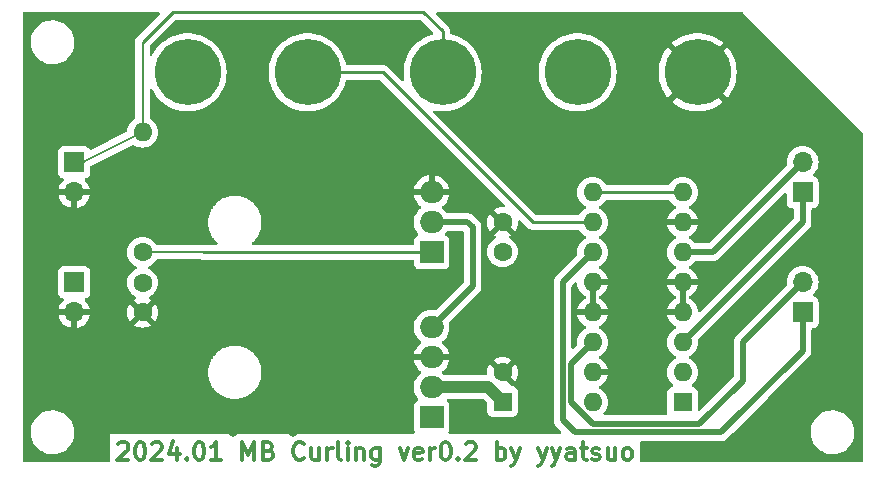
<source format=gbr>
G04 #@! TF.GenerationSoftware,KiCad,Pcbnew,7.0.9*
G04 #@! TF.CreationDate,2024-01-21T13:12:00+09:00*
G04 #@! TF.ProjectId,MB_Curling,4d425f43-7572-46c6-996e-672e6b696361,rev?*
G04 #@! TF.SameCoordinates,Original*
G04 #@! TF.FileFunction,Copper,L1,Top*
G04 #@! TF.FilePolarity,Positive*
%FSLAX46Y46*%
G04 Gerber Fmt 4.6, Leading zero omitted, Abs format (unit mm)*
G04 Created by KiCad (PCBNEW 7.0.9) date 2024-01-21 13:12:00*
%MOMM*%
%LPD*%
G01*
G04 APERTURE LIST*
G04 #@! TA.AperFunction,NonConductor*
%ADD10C,0.200000*%
G04 #@! TD*
%ADD11C,0.300000*%
G04 #@! TA.AperFunction,NonConductor*
%ADD12C,0.300000*%
G04 #@! TD*
G04 #@! TA.AperFunction,ComponentPad*
%ADD13R,2.000000X1.905000*%
G04 #@! TD*
G04 #@! TA.AperFunction,ComponentPad*
%ADD14O,2.000000X1.905000*%
G04 #@! TD*
G04 #@! TA.AperFunction,ComponentPad*
%ADD15C,1.600000*%
G04 #@! TD*
G04 #@! TA.AperFunction,ComponentPad*
%ADD16C,5.600000*%
G04 #@! TD*
G04 #@! TA.AperFunction,ComponentPad*
%ADD17R,1.600000X1.600000*%
G04 #@! TD*
G04 #@! TA.AperFunction,ComponentPad*
%ADD18O,1.600000X1.600000*%
G04 #@! TD*
G04 #@! TA.AperFunction,ComponentPad*
%ADD19R,1.700000X1.700000*%
G04 #@! TD*
G04 #@! TA.AperFunction,ComponentPad*
%ADD20O,1.700000X1.700000*%
G04 #@! TD*
G04 #@! TA.AperFunction,ViaPad*
%ADD21C,0.800000*%
G04 #@! TD*
G04 #@! TA.AperFunction,Conductor*
%ADD22C,0.500000*%
G04 #@! TD*
G04 #@! TA.AperFunction,Conductor*
%ADD23C,0.250000*%
G04 #@! TD*
G04 #@! TA.AperFunction,Conductor*
%ADD24C,1.000000*%
G04 #@! TD*
G04 APERTURE END LIST*
D10*
X106680000Y-60960000D02*
X106680000Y-68580000D01*
X106680000Y-78740000D02*
X111760000Y-78740000D01*
X101600000Y-71120000D02*
X106680000Y-68580000D01*
D11*
D12*
X104623082Y-94963685D02*
X104694510Y-94892257D01*
X104694510Y-94892257D02*
X104837368Y-94820828D01*
X104837368Y-94820828D02*
X105194510Y-94820828D01*
X105194510Y-94820828D02*
X105337368Y-94892257D01*
X105337368Y-94892257D02*
X105408796Y-94963685D01*
X105408796Y-94963685D02*
X105480225Y-95106542D01*
X105480225Y-95106542D02*
X105480225Y-95249400D01*
X105480225Y-95249400D02*
X105408796Y-95463685D01*
X105408796Y-95463685D02*
X104551653Y-96320828D01*
X104551653Y-96320828D02*
X105480225Y-96320828D01*
X106408796Y-94820828D02*
X106551653Y-94820828D01*
X106551653Y-94820828D02*
X106694510Y-94892257D01*
X106694510Y-94892257D02*
X106765939Y-94963685D01*
X106765939Y-94963685D02*
X106837367Y-95106542D01*
X106837367Y-95106542D02*
X106908796Y-95392257D01*
X106908796Y-95392257D02*
X106908796Y-95749400D01*
X106908796Y-95749400D02*
X106837367Y-96035114D01*
X106837367Y-96035114D02*
X106765939Y-96177971D01*
X106765939Y-96177971D02*
X106694510Y-96249400D01*
X106694510Y-96249400D02*
X106551653Y-96320828D01*
X106551653Y-96320828D02*
X106408796Y-96320828D01*
X106408796Y-96320828D02*
X106265939Y-96249400D01*
X106265939Y-96249400D02*
X106194510Y-96177971D01*
X106194510Y-96177971D02*
X106123081Y-96035114D01*
X106123081Y-96035114D02*
X106051653Y-95749400D01*
X106051653Y-95749400D02*
X106051653Y-95392257D01*
X106051653Y-95392257D02*
X106123081Y-95106542D01*
X106123081Y-95106542D02*
X106194510Y-94963685D01*
X106194510Y-94963685D02*
X106265939Y-94892257D01*
X106265939Y-94892257D02*
X106408796Y-94820828D01*
X107480224Y-94963685D02*
X107551652Y-94892257D01*
X107551652Y-94892257D02*
X107694510Y-94820828D01*
X107694510Y-94820828D02*
X108051652Y-94820828D01*
X108051652Y-94820828D02*
X108194510Y-94892257D01*
X108194510Y-94892257D02*
X108265938Y-94963685D01*
X108265938Y-94963685D02*
X108337367Y-95106542D01*
X108337367Y-95106542D02*
X108337367Y-95249400D01*
X108337367Y-95249400D02*
X108265938Y-95463685D01*
X108265938Y-95463685D02*
X107408795Y-96320828D01*
X107408795Y-96320828D02*
X108337367Y-96320828D01*
X109623081Y-95320828D02*
X109623081Y-96320828D01*
X109265938Y-94749400D02*
X108908795Y-95820828D01*
X108908795Y-95820828D02*
X109837366Y-95820828D01*
X110408794Y-96177971D02*
X110480223Y-96249400D01*
X110480223Y-96249400D02*
X110408794Y-96320828D01*
X110408794Y-96320828D02*
X110337366Y-96249400D01*
X110337366Y-96249400D02*
X110408794Y-96177971D01*
X110408794Y-96177971D02*
X110408794Y-96320828D01*
X111408795Y-94820828D02*
X111551652Y-94820828D01*
X111551652Y-94820828D02*
X111694509Y-94892257D01*
X111694509Y-94892257D02*
X111765938Y-94963685D01*
X111765938Y-94963685D02*
X111837366Y-95106542D01*
X111837366Y-95106542D02*
X111908795Y-95392257D01*
X111908795Y-95392257D02*
X111908795Y-95749400D01*
X111908795Y-95749400D02*
X111837366Y-96035114D01*
X111837366Y-96035114D02*
X111765938Y-96177971D01*
X111765938Y-96177971D02*
X111694509Y-96249400D01*
X111694509Y-96249400D02*
X111551652Y-96320828D01*
X111551652Y-96320828D02*
X111408795Y-96320828D01*
X111408795Y-96320828D02*
X111265938Y-96249400D01*
X111265938Y-96249400D02*
X111194509Y-96177971D01*
X111194509Y-96177971D02*
X111123080Y-96035114D01*
X111123080Y-96035114D02*
X111051652Y-95749400D01*
X111051652Y-95749400D02*
X111051652Y-95392257D01*
X111051652Y-95392257D02*
X111123080Y-95106542D01*
X111123080Y-95106542D02*
X111194509Y-94963685D01*
X111194509Y-94963685D02*
X111265938Y-94892257D01*
X111265938Y-94892257D02*
X111408795Y-94820828D01*
X113337366Y-96320828D02*
X112480223Y-96320828D01*
X112908794Y-96320828D02*
X112908794Y-94820828D01*
X112908794Y-94820828D02*
X112765937Y-95035114D01*
X112765937Y-95035114D02*
X112623080Y-95177971D01*
X112623080Y-95177971D02*
X112480223Y-95249400D01*
X115123079Y-96320828D02*
X115123079Y-94820828D01*
X115123079Y-94820828D02*
X115623079Y-95892257D01*
X115623079Y-95892257D02*
X116123079Y-94820828D01*
X116123079Y-94820828D02*
X116123079Y-96320828D01*
X117337365Y-95535114D02*
X117551651Y-95606542D01*
X117551651Y-95606542D02*
X117623080Y-95677971D01*
X117623080Y-95677971D02*
X117694508Y-95820828D01*
X117694508Y-95820828D02*
X117694508Y-96035114D01*
X117694508Y-96035114D02*
X117623080Y-96177971D01*
X117623080Y-96177971D02*
X117551651Y-96249400D01*
X117551651Y-96249400D02*
X117408794Y-96320828D01*
X117408794Y-96320828D02*
X116837365Y-96320828D01*
X116837365Y-96320828D02*
X116837365Y-94820828D01*
X116837365Y-94820828D02*
X117337365Y-94820828D01*
X117337365Y-94820828D02*
X117480223Y-94892257D01*
X117480223Y-94892257D02*
X117551651Y-94963685D01*
X117551651Y-94963685D02*
X117623080Y-95106542D01*
X117623080Y-95106542D02*
X117623080Y-95249400D01*
X117623080Y-95249400D02*
X117551651Y-95392257D01*
X117551651Y-95392257D02*
X117480223Y-95463685D01*
X117480223Y-95463685D02*
X117337365Y-95535114D01*
X117337365Y-95535114D02*
X116837365Y-95535114D01*
X120337365Y-96177971D02*
X120265937Y-96249400D01*
X120265937Y-96249400D02*
X120051651Y-96320828D01*
X120051651Y-96320828D02*
X119908794Y-96320828D01*
X119908794Y-96320828D02*
X119694508Y-96249400D01*
X119694508Y-96249400D02*
X119551651Y-96106542D01*
X119551651Y-96106542D02*
X119480222Y-95963685D01*
X119480222Y-95963685D02*
X119408794Y-95677971D01*
X119408794Y-95677971D02*
X119408794Y-95463685D01*
X119408794Y-95463685D02*
X119480222Y-95177971D01*
X119480222Y-95177971D02*
X119551651Y-95035114D01*
X119551651Y-95035114D02*
X119694508Y-94892257D01*
X119694508Y-94892257D02*
X119908794Y-94820828D01*
X119908794Y-94820828D02*
X120051651Y-94820828D01*
X120051651Y-94820828D02*
X120265937Y-94892257D01*
X120265937Y-94892257D02*
X120337365Y-94963685D01*
X121623080Y-95320828D02*
X121623080Y-96320828D01*
X120980222Y-95320828D02*
X120980222Y-96106542D01*
X120980222Y-96106542D02*
X121051651Y-96249400D01*
X121051651Y-96249400D02*
X121194508Y-96320828D01*
X121194508Y-96320828D02*
X121408794Y-96320828D01*
X121408794Y-96320828D02*
X121551651Y-96249400D01*
X121551651Y-96249400D02*
X121623080Y-96177971D01*
X122337365Y-96320828D02*
X122337365Y-95320828D01*
X122337365Y-95606542D02*
X122408794Y-95463685D01*
X122408794Y-95463685D02*
X122480223Y-95392257D01*
X122480223Y-95392257D02*
X122623080Y-95320828D01*
X122623080Y-95320828D02*
X122765937Y-95320828D01*
X123480222Y-96320828D02*
X123337365Y-96249400D01*
X123337365Y-96249400D02*
X123265936Y-96106542D01*
X123265936Y-96106542D02*
X123265936Y-94820828D01*
X124051650Y-96320828D02*
X124051650Y-95320828D01*
X124051650Y-94820828D02*
X123980222Y-94892257D01*
X123980222Y-94892257D02*
X124051650Y-94963685D01*
X124051650Y-94963685D02*
X124123079Y-94892257D01*
X124123079Y-94892257D02*
X124051650Y-94820828D01*
X124051650Y-94820828D02*
X124051650Y-94963685D01*
X124765936Y-95320828D02*
X124765936Y-96320828D01*
X124765936Y-95463685D02*
X124837365Y-95392257D01*
X124837365Y-95392257D02*
X124980222Y-95320828D01*
X124980222Y-95320828D02*
X125194508Y-95320828D01*
X125194508Y-95320828D02*
X125337365Y-95392257D01*
X125337365Y-95392257D02*
X125408794Y-95535114D01*
X125408794Y-95535114D02*
X125408794Y-96320828D01*
X126765937Y-95320828D02*
X126765937Y-96535114D01*
X126765937Y-96535114D02*
X126694508Y-96677971D01*
X126694508Y-96677971D02*
X126623079Y-96749400D01*
X126623079Y-96749400D02*
X126480222Y-96820828D01*
X126480222Y-96820828D02*
X126265937Y-96820828D01*
X126265937Y-96820828D02*
X126123079Y-96749400D01*
X126765937Y-96249400D02*
X126623079Y-96320828D01*
X126623079Y-96320828D02*
X126337365Y-96320828D01*
X126337365Y-96320828D02*
X126194508Y-96249400D01*
X126194508Y-96249400D02*
X126123079Y-96177971D01*
X126123079Y-96177971D02*
X126051651Y-96035114D01*
X126051651Y-96035114D02*
X126051651Y-95606542D01*
X126051651Y-95606542D02*
X126123079Y-95463685D01*
X126123079Y-95463685D02*
X126194508Y-95392257D01*
X126194508Y-95392257D02*
X126337365Y-95320828D01*
X126337365Y-95320828D02*
X126623079Y-95320828D01*
X126623079Y-95320828D02*
X126765937Y-95392257D01*
X128480222Y-95320828D02*
X128837365Y-96320828D01*
X128837365Y-96320828D02*
X129194508Y-95320828D01*
X130337365Y-96249400D02*
X130194508Y-96320828D01*
X130194508Y-96320828D02*
X129908794Y-96320828D01*
X129908794Y-96320828D02*
X129765936Y-96249400D01*
X129765936Y-96249400D02*
X129694508Y-96106542D01*
X129694508Y-96106542D02*
X129694508Y-95535114D01*
X129694508Y-95535114D02*
X129765936Y-95392257D01*
X129765936Y-95392257D02*
X129908794Y-95320828D01*
X129908794Y-95320828D02*
X130194508Y-95320828D01*
X130194508Y-95320828D02*
X130337365Y-95392257D01*
X130337365Y-95392257D02*
X130408794Y-95535114D01*
X130408794Y-95535114D02*
X130408794Y-95677971D01*
X130408794Y-95677971D02*
X129694508Y-95820828D01*
X131051650Y-96320828D02*
X131051650Y-95320828D01*
X131051650Y-95606542D02*
X131123079Y-95463685D01*
X131123079Y-95463685D02*
X131194508Y-95392257D01*
X131194508Y-95392257D02*
X131337365Y-95320828D01*
X131337365Y-95320828D02*
X131480222Y-95320828D01*
X132265936Y-94820828D02*
X132408793Y-94820828D01*
X132408793Y-94820828D02*
X132551650Y-94892257D01*
X132551650Y-94892257D02*
X132623079Y-94963685D01*
X132623079Y-94963685D02*
X132694507Y-95106542D01*
X132694507Y-95106542D02*
X132765936Y-95392257D01*
X132765936Y-95392257D02*
X132765936Y-95749400D01*
X132765936Y-95749400D02*
X132694507Y-96035114D01*
X132694507Y-96035114D02*
X132623079Y-96177971D01*
X132623079Y-96177971D02*
X132551650Y-96249400D01*
X132551650Y-96249400D02*
X132408793Y-96320828D01*
X132408793Y-96320828D02*
X132265936Y-96320828D01*
X132265936Y-96320828D02*
X132123079Y-96249400D01*
X132123079Y-96249400D02*
X132051650Y-96177971D01*
X132051650Y-96177971D02*
X131980221Y-96035114D01*
X131980221Y-96035114D02*
X131908793Y-95749400D01*
X131908793Y-95749400D02*
X131908793Y-95392257D01*
X131908793Y-95392257D02*
X131980221Y-95106542D01*
X131980221Y-95106542D02*
X132051650Y-94963685D01*
X132051650Y-94963685D02*
X132123079Y-94892257D01*
X132123079Y-94892257D02*
X132265936Y-94820828D01*
X133408792Y-96177971D02*
X133480221Y-96249400D01*
X133480221Y-96249400D02*
X133408792Y-96320828D01*
X133408792Y-96320828D02*
X133337364Y-96249400D01*
X133337364Y-96249400D02*
X133408792Y-96177971D01*
X133408792Y-96177971D02*
X133408792Y-96320828D01*
X134051650Y-94963685D02*
X134123078Y-94892257D01*
X134123078Y-94892257D02*
X134265936Y-94820828D01*
X134265936Y-94820828D02*
X134623078Y-94820828D01*
X134623078Y-94820828D02*
X134765936Y-94892257D01*
X134765936Y-94892257D02*
X134837364Y-94963685D01*
X134837364Y-94963685D02*
X134908793Y-95106542D01*
X134908793Y-95106542D02*
X134908793Y-95249400D01*
X134908793Y-95249400D02*
X134837364Y-95463685D01*
X134837364Y-95463685D02*
X133980221Y-96320828D01*
X133980221Y-96320828D02*
X134908793Y-96320828D01*
X136694506Y-96320828D02*
X136694506Y-94820828D01*
X136694506Y-95392257D02*
X136837364Y-95320828D01*
X136837364Y-95320828D02*
X137123078Y-95320828D01*
X137123078Y-95320828D02*
X137265935Y-95392257D01*
X137265935Y-95392257D02*
X137337364Y-95463685D01*
X137337364Y-95463685D02*
X137408792Y-95606542D01*
X137408792Y-95606542D02*
X137408792Y-96035114D01*
X137408792Y-96035114D02*
X137337364Y-96177971D01*
X137337364Y-96177971D02*
X137265935Y-96249400D01*
X137265935Y-96249400D02*
X137123078Y-96320828D01*
X137123078Y-96320828D02*
X136837364Y-96320828D01*
X136837364Y-96320828D02*
X136694506Y-96249400D01*
X137908792Y-95320828D02*
X138265935Y-96320828D01*
X138623078Y-95320828D02*
X138265935Y-96320828D01*
X138265935Y-96320828D02*
X138123078Y-96677971D01*
X138123078Y-96677971D02*
X138051649Y-96749400D01*
X138051649Y-96749400D02*
X137908792Y-96820828D01*
X140194506Y-95320828D02*
X140551649Y-96320828D01*
X140908792Y-95320828D02*
X140551649Y-96320828D01*
X140551649Y-96320828D02*
X140408792Y-96677971D01*
X140408792Y-96677971D02*
X140337363Y-96749400D01*
X140337363Y-96749400D02*
X140194506Y-96820828D01*
X141337363Y-95320828D02*
X141694506Y-96320828D01*
X142051649Y-95320828D02*
X141694506Y-96320828D01*
X141694506Y-96320828D02*
X141551649Y-96677971D01*
X141551649Y-96677971D02*
X141480220Y-96749400D01*
X141480220Y-96749400D02*
X141337363Y-96820828D01*
X143265935Y-96320828D02*
X143265935Y-95535114D01*
X143265935Y-95535114D02*
X143194506Y-95392257D01*
X143194506Y-95392257D02*
X143051649Y-95320828D01*
X143051649Y-95320828D02*
X142765935Y-95320828D01*
X142765935Y-95320828D02*
X142623077Y-95392257D01*
X143265935Y-96249400D02*
X143123077Y-96320828D01*
X143123077Y-96320828D02*
X142765935Y-96320828D01*
X142765935Y-96320828D02*
X142623077Y-96249400D01*
X142623077Y-96249400D02*
X142551649Y-96106542D01*
X142551649Y-96106542D02*
X142551649Y-95963685D01*
X142551649Y-95963685D02*
X142623077Y-95820828D01*
X142623077Y-95820828D02*
X142765935Y-95749400D01*
X142765935Y-95749400D02*
X143123077Y-95749400D01*
X143123077Y-95749400D02*
X143265935Y-95677971D01*
X143765935Y-95320828D02*
X144337363Y-95320828D01*
X143980220Y-94820828D02*
X143980220Y-96106542D01*
X143980220Y-96106542D02*
X144051649Y-96249400D01*
X144051649Y-96249400D02*
X144194506Y-96320828D01*
X144194506Y-96320828D02*
X144337363Y-96320828D01*
X144765935Y-96249400D02*
X144908792Y-96320828D01*
X144908792Y-96320828D02*
X145194506Y-96320828D01*
X145194506Y-96320828D02*
X145337363Y-96249400D01*
X145337363Y-96249400D02*
X145408792Y-96106542D01*
X145408792Y-96106542D02*
X145408792Y-96035114D01*
X145408792Y-96035114D02*
X145337363Y-95892257D01*
X145337363Y-95892257D02*
X145194506Y-95820828D01*
X145194506Y-95820828D02*
X144980221Y-95820828D01*
X144980221Y-95820828D02*
X144837363Y-95749400D01*
X144837363Y-95749400D02*
X144765935Y-95606542D01*
X144765935Y-95606542D02*
X144765935Y-95535114D01*
X144765935Y-95535114D02*
X144837363Y-95392257D01*
X144837363Y-95392257D02*
X144980221Y-95320828D01*
X144980221Y-95320828D02*
X145194506Y-95320828D01*
X145194506Y-95320828D02*
X145337363Y-95392257D01*
X146694507Y-95320828D02*
X146694507Y-96320828D01*
X146051649Y-95320828D02*
X146051649Y-96106542D01*
X146051649Y-96106542D02*
X146123078Y-96249400D01*
X146123078Y-96249400D02*
X146265935Y-96320828D01*
X146265935Y-96320828D02*
X146480221Y-96320828D01*
X146480221Y-96320828D02*
X146623078Y-96249400D01*
X146623078Y-96249400D02*
X146694507Y-96177971D01*
X147623078Y-96320828D02*
X147480221Y-96249400D01*
X147480221Y-96249400D02*
X147408792Y-96177971D01*
X147408792Y-96177971D02*
X147337364Y-96035114D01*
X147337364Y-96035114D02*
X147337364Y-95606542D01*
X147337364Y-95606542D02*
X147408792Y-95463685D01*
X147408792Y-95463685D02*
X147480221Y-95392257D01*
X147480221Y-95392257D02*
X147623078Y-95320828D01*
X147623078Y-95320828D02*
X147837364Y-95320828D01*
X147837364Y-95320828D02*
X147980221Y-95392257D01*
X147980221Y-95392257D02*
X148051650Y-95463685D01*
X148051650Y-95463685D02*
X148123078Y-95606542D01*
X148123078Y-95606542D02*
X148123078Y-96035114D01*
X148123078Y-96035114D02*
X148051650Y-96177971D01*
X148051650Y-96177971D02*
X147980221Y-96249400D01*
X147980221Y-96249400D02*
X147837364Y-96320828D01*
X147837364Y-96320828D02*
X147623078Y-96320828D01*
D13*
X131150000Y-92710000D03*
D14*
X131150000Y-90170000D03*
X131150000Y-87630000D03*
X131150000Y-85090000D03*
D15*
X137160000Y-78700000D03*
X137160000Y-76200000D03*
D16*
X110490000Y-63500000D03*
D17*
X137160000Y-91400000D03*
D15*
X137160000Y-88900000D03*
D17*
X152400000Y-91440000D03*
D18*
X152400000Y-88900000D03*
X152400000Y-86360000D03*
X152400000Y-83820000D03*
X152400000Y-81280000D03*
X152400000Y-78740000D03*
X152400000Y-76200000D03*
X152400000Y-73660000D03*
X144780000Y-73660000D03*
X144780000Y-76200000D03*
X144780000Y-78740000D03*
X144780000Y-81280000D03*
X144780000Y-83820000D03*
X144780000Y-86360000D03*
X144780000Y-88900000D03*
X144780000Y-91440000D03*
D15*
X106680000Y-78740000D03*
D18*
X106680000Y-68580000D03*
D13*
X131150000Y-78740000D03*
D14*
X131150000Y-76200000D03*
X131150000Y-73660000D03*
D16*
X153670000Y-63500000D03*
D15*
X106680000Y-81320000D03*
X106680000Y-83820000D03*
D16*
X132080000Y-63500000D03*
X120650000Y-63500000D03*
X143510000Y-63500000D03*
D19*
X162560000Y-83820000D03*
D20*
X162560000Y-81280000D03*
D19*
X100895000Y-81280000D03*
D20*
X100895000Y-83820000D03*
D19*
X162560000Y-73660000D03*
D20*
X162560000Y-71120000D03*
D19*
X100895000Y-71120000D03*
D20*
X100895000Y-73660000D03*
D21*
X99060000Y-66040000D03*
X147320000Y-76200000D03*
X104140000Y-86360000D03*
X124460000Y-91440000D03*
X139700000Y-81280000D03*
X99060000Y-76200000D03*
X149860000Y-91440000D03*
X109220000Y-91440000D03*
X119380000Y-68580000D03*
X157480000Y-68580000D03*
X137160000Y-83820000D03*
X147320000Y-81280000D03*
X129540000Y-68580000D03*
X114300000Y-93980000D03*
X139700000Y-73660000D03*
X165100000Y-86360000D03*
X109220000Y-73660000D03*
X137160000Y-63500000D03*
X124460000Y-73660000D03*
X149860000Y-78740000D03*
X165100000Y-78740000D03*
X157480000Y-83820000D03*
X147320000Y-66040000D03*
X147320000Y-86360000D03*
X119380000Y-93980000D03*
X157480000Y-73660000D03*
X160020000Y-66040000D03*
X104140000Y-66040000D03*
X104140000Y-91440000D03*
X119380000Y-76200000D03*
X111760000Y-68580000D03*
X109220000Y-86360000D03*
X119380000Y-88900000D03*
X114300000Y-63500000D03*
X121920000Y-83820000D03*
X104140000Y-60960000D03*
X142240000Y-71120000D03*
X165100000Y-68580000D03*
X149860000Y-83820000D03*
X101600000Y-68580000D03*
X149860000Y-60960000D03*
X160020000Y-93980000D03*
X116840000Y-73660000D03*
D22*
X131150000Y-76200000D02*
X134186250Y-76200000D01*
X134186250Y-76200000D02*
X134620000Y-76633750D01*
X134620000Y-81620000D02*
X131150000Y-85090000D01*
X134620000Y-76633750D02*
X134620000Y-81620000D01*
D23*
X139700000Y-76200000D02*
X144780000Y-76200000D01*
X120650000Y-63500000D02*
X127000000Y-63500000D01*
X127000000Y-63500000D02*
X139700000Y-76200000D01*
D22*
X152400000Y-86360000D02*
X162560000Y-76200000D01*
X162560000Y-76200000D02*
X162560000Y-73660000D01*
X152400000Y-78740000D02*
X154940000Y-78740000D01*
X154940000Y-78740000D02*
X162560000Y-71120000D01*
X162560000Y-83820000D02*
X162560000Y-87065000D01*
X142240000Y-92954505D02*
X142240000Y-81280000D01*
X162560000Y-87065000D02*
X155645000Y-93980000D01*
X155645000Y-93980000D02*
X143265495Y-93980000D01*
X142240000Y-81280000D02*
X144780000Y-78740000D01*
X143265495Y-93980000D02*
X142240000Y-92954505D01*
X142940000Y-91440000D02*
X142940000Y-88200000D01*
X144780000Y-93280000D02*
X142940000Y-91440000D01*
X153805000Y-93280000D02*
X144780000Y-93280000D01*
X157480000Y-86360000D02*
X157480000Y-89605000D01*
X142940000Y-88200000D02*
X144780000Y-86360000D01*
X162560000Y-81280000D02*
X157480000Y-86360000D01*
X157480000Y-89605000D02*
X153805000Y-93280000D01*
D23*
X111760000Y-78740000D02*
X131150000Y-78740000D01*
X144780000Y-73660000D02*
X152400000Y-73660000D01*
D24*
X135930000Y-90170000D02*
X137160000Y-91400000D01*
X131150000Y-90170000D02*
X135930000Y-90170000D01*
D23*
X109220000Y-58420000D02*
X130450000Y-58420000D01*
X132080000Y-60050000D02*
X132080000Y-63500000D01*
X106680000Y-60960000D02*
X109220000Y-58420000D01*
X130450000Y-58420000D02*
X132080000Y-60050000D01*
X100895000Y-71120000D02*
X101600000Y-71120000D01*
G04 #@! TA.AperFunction,Conductor*
G36*
X108103085Y-58439685D02*
G01*
X108148840Y-58492489D01*
X108158784Y-58561647D01*
X108129759Y-58625203D01*
X108123727Y-58631681D01*
X106209879Y-60545529D01*
X106209878Y-60545529D01*
X106137330Y-60639058D01*
X106137326Y-60639065D01*
X106074562Y-60784100D01*
X106074561Y-60784105D01*
X106049840Y-60940192D01*
X106049840Y-60940193D01*
X106049840Y-60940196D01*
X106064713Y-61097533D01*
X106064713Y-61097535D01*
X106064714Y-61097536D01*
X106072169Y-61118242D01*
X106079500Y-61160247D01*
X106079500Y-67348306D01*
X106059815Y-67415345D01*
X106026623Y-67449881D01*
X105840859Y-67579953D01*
X105679954Y-67740858D01*
X105549432Y-67927265D01*
X105549431Y-67927267D01*
X105453261Y-68133502D01*
X105453258Y-68133511D01*
X105394366Y-68353302D01*
X105394364Y-68353311D01*
X105382281Y-68491415D01*
X105356828Y-68556483D01*
X105314208Y-68591515D01*
X102350049Y-70073595D01*
X102281283Y-70085970D01*
X102216744Y-70059202D01*
X102195481Y-70033743D01*
X102194112Y-70034769D01*
X102102547Y-69912455D01*
X102102544Y-69912452D01*
X101987335Y-69826206D01*
X101987328Y-69826202D01*
X101852482Y-69775908D01*
X101852483Y-69775908D01*
X101792883Y-69769501D01*
X101792881Y-69769500D01*
X101792873Y-69769500D01*
X101792864Y-69769500D01*
X99997129Y-69769500D01*
X99997123Y-69769501D01*
X99937516Y-69775908D01*
X99802671Y-69826202D01*
X99802664Y-69826206D01*
X99687455Y-69912452D01*
X99687452Y-69912455D01*
X99601206Y-70027664D01*
X99601202Y-70027671D01*
X99550908Y-70162517D01*
X99544501Y-70222116D01*
X99544500Y-70222135D01*
X99544500Y-72017870D01*
X99544501Y-72017876D01*
X99550908Y-72077483D01*
X99601202Y-72212328D01*
X99601206Y-72212335D01*
X99687452Y-72327544D01*
X99687455Y-72327547D01*
X99802664Y-72413793D01*
X99802671Y-72413797D01*
X99802674Y-72413798D01*
X99934598Y-72463002D01*
X99990531Y-72504873D01*
X100014949Y-72570337D01*
X100000098Y-72638610D01*
X99978947Y-72666865D01*
X99856886Y-72788926D01*
X99721400Y-72982420D01*
X99721399Y-72982422D01*
X99621570Y-73196507D01*
X99621567Y-73196513D01*
X99564364Y-73409999D01*
X99564364Y-73410000D01*
X100461314Y-73410000D01*
X100435507Y-73450156D01*
X100395000Y-73588111D01*
X100395000Y-73731889D01*
X100435507Y-73869844D01*
X100461314Y-73910000D01*
X99564364Y-73910000D01*
X99621567Y-74123486D01*
X99621570Y-74123492D01*
X99721399Y-74337578D01*
X99856894Y-74531082D01*
X100023917Y-74698105D01*
X100217421Y-74833600D01*
X100431507Y-74933429D01*
X100431516Y-74933433D01*
X100645000Y-74990634D01*
X100645000Y-74095501D01*
X100752685Y-74144680D01*
X100859237Y-74160000D01*
X100930763Y-74160000D01*
X101037315Y-74144680D01*
X101145000Y-74095501D01*
X101145000Y-74990633D01*
X101358483Y-74933433D01*
X101358492Y-74933429D01*
X101572578Y-74833600D01*
X101766082Y-74698105D01*
X101933105Y-74531082D01*
X102068600Y-74337578D01*
X102168429Y-74123492D01*
X102168432Y-74123486D01*
X102225636Y-73910000D01*
X101328686Y-73910000D01*
X101354493Y-73869844D01*
X101395000Y-73731889D01*
X101395000Y-73588111D01*
X101354493Y-73450156D01*
X101328686Y-73410000D01*
X102225636Y-73410000D01*
X102225635Y-73409999D01*
X102168432Y-73196513D01*
X102168429Y-73196507D01*
X102068600Y-72982422D01*
X102068599Y-72982420D01*
X101933113Y-72788926D01*
X101933108Y-72788920D01*
X101811053Y-72666865D01*
X101777568Y-72605542D01*
X101782552Y-72535850D01*
X101824424Y-72479917D01*
X101855400Y-72463002D01*
X101987331Y-72413796D01*
X102102546Y-72327546D01*
X102188796Y-72212331D01*
X102239091Y-72077483D01*
X102245500Y-72017873D01*
X102245499Y-71545263D01*
X102265183Y-71478225D01*
X102314042Y-71434357D01*
X105850532Y-69666112D01*
X105919296Y-69653738D01*
X105977106Y-69675446D01*
X106027266Y-69710568D01*
X106233504Y-69806739D01*
X106453308Y-69865635D01*
X106615230Y-69879801D01*
X106679998Y-69885468D01*
X106680000Y-69885468D01*
X106680002Y-69885468D01*
X106736673Y-69880509D01*
X106906692Y-69865635D01*
X107126496Y-69806739D01*
X107332734Y-69710568D01*
X107519139Y-69580047D01*
X107680047Y-69419139D01*
X107810568Y-69232734D01*
X107906739Y-69026496D01*
X107965635Y-68806692D01*
X107985468Y-68580000D01*
X107965635Y-68353308D01*
X107906739Y-68133504D01*
X107810568Y-67927266D01*
X107680047Y-67740861D01*
X107680045Y-67740858D01*
X107519140Y-67579953D01*
X107333377Y-67449881D01*
X107289752Y-67395304D01*
X107280500Y-67348306D01*
X107280500Y-64991058D01*
X107300185Y-64924019D01*
X107352989Y-64878264D01*
X107422147Y-64868320D01*
X107485703Y-64897345D01*
X107514055Y-64932975D01*
X107657784Y-65204077D01*
X107657790Y-65204086D01*
X107858634Y-65500309D01*
X107858641Y-65500319D01*
X107985784Y-65650003D01*
X108090332Y-65773086D01*
X108350163Y-66019211D01*
X108635081Y-66235800D01*
X108941747Y-66420315D01*
X108941749Y-66420316D01*
X108941751Y-66420317D01*
X108941755Y-66420319D01*
X109265551Y-66570122D01*
X109266565Y-66570591D01*
X109605726Y-66684868D01*
X109955254Y-66761805D01*
X110311052Y-66800500D01*
X110311058Y-66800500D01*
X110668942Y-66800500D01*
X110668948Y-66800500D01*
X111024746Y-66761805D01*
X111374274Y-66684868D01*
X111713435Y-66570591D01*
X112038253Y-66420315D01*
X112344919Y-66235800D01*
X112629837Y-66019211D01*
X112889668Y-65773086D01*
X113121365Y-65500311D01*
X113322211Y-65204085D01*
X113489853Y-64887880D01*
X113622324Y-64555403D01*
X113718071Y-64210552D01*
X113775972Y-63857371D01*
X113795348Y-63500000D01*
X113775972Y-63142629D01*
X113771641Y-63116212D01*
X113718073Y-62789460D01*
X113718072Y-62789459D01*
X113718071Y-62789448D01*
X113676581Y-62640014D01*
X113622327Y-62444607D01*
X113622325Y-62444600D01*
X113615942Y-62428581D01*
X113579868Y-62338041D01*
X113489857Y-62112129D01*
X113489848Y-62112111D01*
X113465944Y-62067024D01*
X113415807Y-61972456D01*
X113322215Y-61795922D01*
X113322213Y-61795919D01*
X113322211Y-61795915D01*
X113121365Y-61499689D01*
X113121361Y-61499684D01*
X113121358Y-61499680D01*
X112889668Y-61226914D01*
X112822122Y-61162931D01*
X112629837Y-60980789D01*
X112629830Y-60980783D01*
X112629827Y-60980781D01*
X112513346Y-60892235D01*
X112344919Y-60764200D01*
X112038253Y-60579685D01*
X112038252Y-60579684D01*
X112038248Y-60579682D01*
X112038244Y-60579680D01*
X111713447Y-60429414D01*
X111713441Y-60429411D01*
X111713435Y-60429409D01*
X111510144Y-60360912D01*
X111374273Y-60315131D01*
X111024744Y-60238194D01*
X110668949Y-60199500D01*
X110668948Y-60199500D01*
X110311052Y-60199500D01*
X110311050Y-60199500D01*
X109955255Y-60238194D01*
X109605726Y-60315131D01*
X109349970Y-60401306D01*
X109266565Y-60429409D01*
X109266563Y-60429410D01*
X109266552Y-60429414D01*
X108941755Y-60579680D01*
X108941751Y-60579682D01*
X108713367Y-60717096D01*
X108635081Y-60764200D01*
X108546768Y-60831333D01*
X108350172Y-60980781D01*
X108350163Y-60980789D01*
X108090331Y-61226914D01*
X107858641Y-61499680D01*
X107858634Y-61499690D01*
X107657790Y-61795913D01*
X107657784Y-61795922D01*
X107514055Y-62067024D01*
X107465262Y-62117034D01*
X107397177Y-62132725D01*
X107331417Y-62109115D01*
X107288860Y-62053701D01*
X107280500Y-62008941D01*
X107280500Y-61295452D01*
X107300185Y-61228413D01*
X107316819Y-61207771D01*
X109442772Y-59081819D01*
X109504095Y-59048334D01*
X109530453Y-59045500D01*
X130139548Y-59045500D01*
X130206587Y-59065185D01*
X130227228Y-59081818D01*
X131252697Y-60107287D01*
X131286181Y-60168609D01*
X131281197Y-60238301D01*
X131239325Y-60294234D01*
X131198221Y-60314438D01*
X131195743Y-60315126D01*
X130856568Y-60429407D01*
X130856552Y-60429414D01*
X130531755Y-60579680D01*
X130531751Y-60579682D01*
X130303367Y-60717096D01*
X130225081Y-60764200D01*
X130136768Y-60831333D01*
X129940172Y-60980781D01*
X129940163Y-60980789D01*
X129680331Y-61226914D01*
X129448641Y-61499680D01*
X129448634Y-61499690D01*
X129247790Y-61795913D01*
X129247784Y-61795922D01*
X129080151Y-62112111D01*
X129080142Y-62112129D01*
X128947674Y-62444600D01*
X128947672Y-62444607D01*
X128851932Y-62789434D01*
X128851926Y-62789460D01*
X128794029Y-63142614D01*
X128794028Y-63142631D01*
X128774652Y-63499997D01*
X128774652Y-63500002D01*
X128794027Y-63857368D01*
X128794030Y-63857385D01*
X128837985Y-64125500D01*
X128839967Y-64137586D01*
X128831387Y-64206927D01*
X128786681Y-64260622D01*
X128720042Y-64281623D01*
X128652628Y-64263262D01*
X128629919Y-64245328D01*
X127500803Y-63116212D01*
X127490980Y-63103950D01*
X127490759Y-63104134D01*
X127485786Y-63098123D01*
X127435364Y-63050773D01*
X127424919Y-63040328D01*
X127414475Y-63029883D01*
X127408986Y-63025625D01*
X127404561Y-63021847D01*
X127370582Y-62989938D01*
X127370580Y-62989936D01*
X127370577Y-62989935D01*
X127353029Y-62980288D01*
X127336763Y-62969604D01*
X127320933Y-62957325D01*
X127278168Y-62938818D01*
X127272922Y-62936248D01*
X127232093Y-62913803D01*
X127232092Y-62913802D01*
X127212693Y-62908822D01*
X127194281Y-62902518D01*
X127175898Y-62894562D01*
X127175892Y-62894560D01*
X127129874Y-62887272D01*
X127124152Y-62886087D01*
X127079021Y-62874500D01*
X127079019Y-62874500D01*
X127058984Y-62874500D01*
X127039586Y-62872973D01*
X127032162Y-62871797D01*
X127019805Y-62869840D01*
X127019804Y-62869840D01*
X126973416Y-62874225D01*
X126967578Y-62874500D01*
X123995948Y-62874500D01*
X123928909Y-62854815D01*
X123883154Y-62802011D01*
X123876468Y-62783673D01*
X123782327Y-62444607D01*
X123782325Y-62444600D01*
X123775942Y-62428581D01*
X123739868Y-62338041D01*
X123649857Y-62112129D01*
X123649848Y-62112111D01*
X123625944Y-62067024D01*
X123575807Y-61972456D01*
X123482215Y-61795922D01*
X123482213Y-61795919D01*
X123482211Y-61795915D01*
X123281365Y-61499689D01*
X123281361Y-61499684D01*
X123281358Y-61499680D01*
X123049668Y-61226914D01*
X122982122Y-61162931D01*
X122789837Y-60980789D01*
X122789830Y-60980783D01*
X122789827Y-60980781D01*
X122673346Y-60892235D01*
X122504919Y-60764200D01*
X122198253Y-60579685D01*
X122198252Y-60579684D01*
X122198248Y-60579682D01*
X122198244Y-60579680D01*
X121873447Y-60429414D01*
X121873441Y-60429411D01*
X121873435Y-60429409D01*
X121670144Y-60360912D01*
X121534273Y-60315131D01*
X121184744Y-60238194D01*
X120828949Y-60199500D01*
X120828948Y-60199500D01*
X120471052Y-60199500D01*
X120471050Y-60199500D01*
X120115255Y-60238194D01*
X119765726Y-60315131D01*
X119509970Y-60401306D01*
X119426565Y-60429409D01*
X119426563Y-60429410D01*
X119426552Y-60429414D01*
X119101755Y-60579680D01*
X119101751Y-60579682D01*
X118873367Y-60717096D01*
X118795081Y-60764200D01*
X118706768Y-60831333D01*
X118510172Y-60980781D01*
X118510163Y-60980789D01*
X118250331Y-61226914D01*
X118018641Y-61499680D01*
X118018634Y-61499690D01*
X117817790Y-61795913D01*
X117817784Y-61795922D01*
X117650151Y-62112111D01*
X117650142Y-62112129D01*
X117517674Y-62444600D01*
X117517672Y-62444607D01*
X117421932Y-62789434D01*
X117421926Y-62789460D01*
X117364029Y-63142614D01*
X117364028Y-63142631D01*
X117344652Y-63499997D01*
X117344652Y-63500002D01*
X117364028Y-63857368D01*
X117364029Y-63857385D01*
X117421926Y-64210539D01*
X117421932Y-64210565D01*
X117517672Y-64555392D01*
X117517674Y-64555399D01*
X117650142Y-64887870D01*
X117650151Y-64887888D01*
X117817784Y-65204077D01*
X117817790Y-65204086D01*
X118018634Y-65500309D01*
X118018641Y-65500319D01*
X118145784Y-65650003D01*
X118250332Y-65773086D01*
X118510163Y-66019211D01*
X118795081Y-66235800D01*
X119101747Y-66420315D01*
X119101749Y-66420316D01*
X119101751Y-66420317D01*
X119101755Y-66420319D01*
X119425551Y-66570122D01*
X119426565Y-66570591D01*
X119765726Y-66684868D01*
X120115254Y-66761805D01*
X120471052Y-66800500D01*
X120471058Y-66800500D01*
X120828942Y-66800500D01*
X120828948Y-66800500D01*
X121184746Y-66761805D01*
X121534274Y-66684868D01*
X121873435Y-66570591D01*
X122198253Y-66420315D01*
X122504919Y-66235800D01*
X122789837Y-66019211D01*
X123049668Y-65773086D01*
X123281365Y-65500311D01*
X123482211Y-65204085D01*
X123649853Y-64887880D01*
X123782324Y-64555403D01*
X123813431Y-64443365D01*
X123876468Y-64216327D01*
X123913370Y-64156997D01*
X123976490Y-64127036D01*
X123995948Y-64125500D01*
X126689548Y-64125500D01*
X126756587Y-64145185D01*
X126777229Y-64161819D01*
X137303140Y-74687731D01*
X137336625Y-74749054D01*
X137331641Y-74818746D01*
X137289769Y-74874679D01*
X137224305Y-74899096D01*
X137204653Y-74898940D01*
X137160003Y-74895034D01*
X137159998Y-74895034D01*
X136933400Y-74914858D01*
X136933389Y-74914860D01*
X136713682Y-74973730D01*
X136713673Y-74973734D01*
X136507513Y-75069868D01*
X136434526Y-75120973D01*
X137115599Y-75802046D01*
X137034852Y-75814835D01*
X136921955Y-75872359D01*
X136832359Y-75961955D01*
X136774835Y-76074852D01*
X136762046Y-76155599D01*
X136080973Y-75474526D01*
X136080972Y-75474527D01*
X136029868Y-75547513D01*
X135933734Y-75753673D01*
X135933730Y-75753682D01*
X135874860Y-75973389D01*
X135874858Y-75973400D01*
X135855034Y-76199997D01*
X135855034Y-76200002D01*
X135874858Y-76426599D01*
X135874860Y-76426610D01*
X135933730Y-76646317D01*
X135933734Y-76646326D01*
X136029865Y-76852481D01*
X136029866Y-76852483D01*
X136080973Y-76925471D01*
X136080974Y-76925472D01*
X136762046Y-76244399D01*
X136774835Y-76325148D01*
X136832359Y-76438045D01*
X136921955Y-76527641D01*
X137034852Y-76585165D01*
X137115599Y-76597953D01*
X136434526Y-77279025D01*
X136434526Y-77279026D01*
X136507512Y-77330131D01*
X136507515Y-77330132D01*
X136522974Y-77337341D01*
X136575414Y-77383513D01*
X136594567Y-77450706D01*
X136574352Y-77517587D01*
X136522978Y-77562105D01*
X136507269Y-77569430D01*
X136507265Y-77569432D01*
X136320858Y-77699954D01*
X136159954Y-77860858D01*
X136029432Y-78047265D01*
X136029431Y-78047267D01*
X135933261Y-78253502D01*
X135933258Y-78253511D01*
X135874366Y-78473302D01*
X135874364Y-78473313D01*
X135854532Y-78699998D01*
X135854532Y-78700001D01*
X135874364Y-78926686D01*
X135874366Y-78926697D01*
X135933258Y-79146488D01*
X135933261Y-79146497D01*
X136029431Y-79352732D01*
X136029432Y-79352734D01*
X136159954Y-79539141D01*
X136320858Y-79700045D01*
X136320861Y-79700047D01*
X136507266Y-79830568D01*
X136713504Y-79926739D01*
X136933308Y-79985635D01*
X137095230Y-79999801D01*
X137159998Y-80005468D01*
X137160000Y-80005468D01*
X137160002Y-80005468D01*
X137216673Y-80000509D01*
X137386692Y-79985635D01*
X137606496Y-79926739D01*
X137812734Y-79830568D01*
X137999139Y-79700047D01*
X138160047Y-79539139D01*
X138290568Y-79352734D01*
X138386739Y-79146496D01*
X138445635Y-78926692D01*
X138465468Y-78700000D01*
X138445635Y-78473308D01*
X138386739Y-78253504D01*
X138290568Y-78047266D01*
X138160047Y-77860861D01*
X138160045Y-77860858D01*
X137999141Y-77699954D01*
X137812734Y-77569432D01*
X137812730Y-77569430D01*
X137797022Y-77562105D01*
X137744583Y-77515931D01*
X137725433Y-77448737D01*
X137745650Y-77381857D01*
X137797028Y-77337340D01*
X137812481Y-77330134D01*
X137885472Y-77279025D01*
X137204401Y-76597953D01*
X137285148Y-76585165D01*
X137398045Y-76527641D01*
X137487641Y-76438045D01*
X137545165Y-76325148D01*
X137557953Y-76244400D01*
X138239025Y-76925472D01*
X138290136Y-76852478D01*
X138386264Y-76646331D01*
X138386269Y-76646317D01*
X138445139Y-76426610D01*
X138445141Y-76426599D01*
X138464966Y-76200002D01*
X138464966Y-76200000D01*
X138461059Y-76155349D01*
X138474825Y-76086849D01*
X138523440Y-76036665D01*
X138591468Y-76020731D01*
X138657312Y-76044106D01*
X138672268Y-76056859D01*
X139199197Y-76583788D01*
X139209022Y-76596051D01*
X139209243Y-76595869D01*
X139214214Y-76601878D01*
X139228416Y-76615214D01*
X139264635Y-76649226D01*
X139285529Y-76670120D01*
X139291011Y-76674373D01*
X139295443Y-76678157D01*
X139329418Y-76710062D01*
X139346976Y-76719714D01*
X139363235Y-76730395D01*
X139379064Y-76742673D01*
X139421838Y-76761182D01*
X139427056Y-76763738D01*
X139467908Y-76786197D01*
X139487316Y-76791180D01*
X139505717Y-76797480D01*
X139524104Y-76805437D01*
X139567488Y-76812308D01*
X139570119Y-76812725D01*
X139575839Y-76813909D01*
X139620981Y-76825500D01*
X139641016Y-76825500D01*
X139660414Y-76827026D01*
X139680194Y-76830159D01*
X139680195Y-76830160D01*
X139680195Y-76830159D01*
X139680196Y-76830160D01*
X139726584Y-76825775D01*
X139732422Y-76825500D01*
X143565812Y-76825500D01*
X143632851Y-76845185D01*
X143667387Y-76878377D01*
X143779954Y-77039141D01*
X143940858Y-77200045D01*
X143940861Y-77200047D01*
X144127266Y-77330568D01*
X144184681Y-77357341D01*
X144185275Y-77357618D01*
X144237714Y-77403791D01*
X144256866Y-77470984D01*
X144236650Y-77537865D01*
X144185275Y-77582382D01*
X144127267Y-77609431D01*
X144127265Y-77609432D01*
X143940858Y-77739954D01*
X143779954Y-77900858D01*
X143649432Y-78087265D01*
X143649431Y-78087267D01*
X143553261Y-78293502D01*
X143553258Y-78293511D01*
X143494366Y-78513302D01*
X143494364Y-78513313D01*
X143474532Y-78739998D01*
X143474532Y-78740003D01*
X143489129Y-78906861D01*
X143475362Y-78975360D01*
X143453282Y-79005348D01*
X141754358Y-80704272D01*
X141740729Y-80716051D01*
X141721468Y-80730390D01*
X141687898Y-80770397D01*
X141684253Y-80774376D01*
X141678409Y-80780222D01*
X141658059Y-80805959D01*
X141608695Y-80864789D01*
X141604729Y-80870819D01*
X141604682Y-80870788D01*
X141600630Y-80877147D01*
X141600679Y-80877177D01*
X141596889Y-80883321D01*
X141564424Y-80952941D01*
X141529960Y-81021566D01*
X141527488Y-81028357D01*
X141527432Y-81028336D01*
X141524960Y-81035450D01*
X141525015Y-81035469D01*
X141522742Y-81042327D01*
X141522274Y-81044596D01*
X141507207Y-81117565D01*
X141498572Y-81154000D01*
X141489498Y-81192286D01*
X141488661Y-81199454D01*
X141488601Y-81199447D01*
X141487835Y-81206945D01*
X141487895Y-81206951D01*
X141487265Y-81214140D01*
X141489500Y-81290916D01*
X141489500Y-92890799D01*
X141488191Y-92908768D01*
X141484710Y-92932530D01*
X141489264Y-92984569D01*
X141489500Y-92989975D01*
X141489500Y-92998214D01*
X141493306Y-93030779D01*
X141500000Y-93107296D01*
X141501461Y-93114372D01*
X141501403Y-93114383D01*
X141503034Y-93121742D01*
X141503092Y-93121729D01*
X141504757Y-93128755D01*
X141531025Y-93200929D01*
X141555185Y-93273836D01*
X141558236Y-93280379D01*
X141558182Y-93280403D01*
X141561470Y-93287193D01*
X141561521Y-93287168D01*
X141564761Y-93293618D01*
X141564762Y-93293619D01*
X141564763Y-93293622D01*
X141606965Y-93357788D01*
X141647287Y-93423160D01*
X141651766Y-93428824D01*
X141651719Y-93428861D01*
X141656482Y-93434707D01*
X141656528Y-93434669D01*
X141661173Y-93440205D01*
X141717017Y-93492890D01*
X142109208Y-93885081D01*
X142142693Y-93946404D01*
X142137709Y-94016095D01*
X142095838Y-94072029D01*
X142030373Y-94096446D01*
X142021527Y-94096762D01*
X132697839Y-94096762D01*
X132630800Y-94077077D01*
X132585045Y-94024273D01*
X132575101Y-93955115D01*
X132592123Y-93914021D01*
X132589546Y-93912614D01*
X132593793Y-93904834D01*
X132593796Y-93904831D01*
X132644091Y-93769983D01*
X132650500Y-93710373D01*
X132650499Y-91709628D01*
X132644091Y-91650017D01*
X132593796Y-91515169D01*
X132593795Y-91515168D01*
X132593793Y-91515164D01*
X132507547Y-91399955D01*
X132507546Y-91399954D01*
X132499281Y-91393767D01*
X132457409Y-91337834D01*
X132452425Y-91268142D01*
X132485909Y-91206819D01*
X132547232Y-91173334D01*
X132573591Y-91170500D01*
X135464217Y-91170500D01*
X135531256Y-91190185D01*
X135551898Y-91206819D01*
X135823181Y-91478102D01*
X135856666Y-91539425D01*
X135859500Y-91565783D01*
X135859500Y-92247870D01*
X135859501Y-92247876D01*
X135865908Y-92307483D01*
X135916202Y-92442328D01*
X135916206Y-92442335D01*
X136002452Y-92557544D01*
X136002455Y-92557547D01*
X136117664Y-92643793D01*
X136117671Y-92643797D01*
X136252517Y-92694091D01*
X136252516Y-92694091D01*
X136259444Y-92694835D01*
X136312127Y-92700500D01*
X138007872Y-92700499D01*
X138067483Y-92694091D01*
X138202331Y-92643796D01*
X138317546Y-92557546D01*
X138403796Y-92442331D01*
X138454091Y-92307483D01*
X138460500Y-92247873D01*
X138460499Y-90552128D01*
X138454332Y-90494757D01*
X138454091Y-90492516D01*
X138403797Y-90357671D01*
X138403793Y-90357664D01*
X138317547Y-90242455D01*
X138317544Y-90242452D01*
X138202335Y-90156206D01*
X138202328Y-90156202D01*
X138067482Y-90105908D01*
X138067483Y-90105908D01*
X138007883Y-90099501D01*
X138007881Y-90099500D01*
X138007873Y-90099500D01*
X138007864Y-90099500D01*
X138004548Y-90099322D01*
X138004627Y-90097847D01*
X137943215Y-90079815D01*
X137897460Y-90027011D01*
X137889969Y-89983522D01*
X137204400Y-89297953D01*
X137285148Y-89285165D01*
X137398045Y-89227641D01*
X137487641Y-89138045D01*
X137545165Y-89025148D01*
X137557953Y-88944400D01*
X138239025Y-89625472D01*
X138290136Y-89552478D01*
X138386264Y-89346331D01*
X138386269Y-89346317D01*
X138445139Y-89126610D01*
X138445141Y-89126599D01*
X138464966Y-88900002D01*
X138464966Y-88899997D01*
X138445141Y-88673400D01*
X138445139Y-88673389D01*
X138386269Y-88453682D01*
X138386265Y-88453673D01*
X138290133Y-88247516D01*
X138290131Y-88247512D01*
X138239026Y-88174526D01*
X138239025Y-88174526D01*
X137557953Y-88855598D01*
X137545165Y-88774852D01*
X137487641Y-88661955D01*
X137398045Y-88572359D01*
X137285148Y-88514835D01*
X137204400Y-88502046D01*
X137885472Y-87820974D01*
X137885471Y-87820973D01*
X137812483Y-87769866D01*
X137812481Y-87769865D01*
X137606326Y-87673734D01*
X137606317Y-87673730D01*
X137386610Y-87614860D01*
X137386599Y-87614858D01*
X137160002Y-87595034D01*
X137159998Y-87595034D01*
X136933400Y-87614858D01*
X136933389Y-87614860D01*
X136713682Y-87673730D01*
X136713673Y-87673734D01*
X136507513Y-87769868D01*
X136434527Y-87820972D01*
X136434526Y-87820973D01*
X137115600Y-88502046D01*
X137034852Y-88514835D01*
X136921955Y-88572359D01*
X136832359Y-88661955D01*
X136774835Y-88774852D01*
X136762046Y-88855599D01*
X136080973Y-88174526D01*
X136029868Y-88247513D01*
X135933734Y-88453673D01*
X135933730Y-88453682D01*
X135874860Y-88673389D01*
X135874858Y-88673400D01*
X135855034Y-88899997D01*
X135855034Y-88900001D01*
X135866818Y-89034693D01*
X135853051Y-89103193D01*
X135804436Y-89153376D01*
X135743290Y-89169500D01*
X132304394Y-89169500D01*
X132237355Y-89149815D01*
X132220411Y-89136730D01*
X132213442Y-89130315D01*
X132156082Y-89077511D01*
X132093007Y-89019446D01*
X132068614Y-89003510D01*
X132023257Y-88950364D01*
X132013833Y-88881132D01*
X132043335Y-88817796D01*
X132068616Y-88795891D01*
X132092701Y-88780155D01*
X132092702Y-88780154D01*
X132269797Y-88617126D01*
X132269806Y-88617116D01*
X132417649Y-88427168D01*
X132417655Y-88427159D01*
X132532215Y-88215468D01*
X132532221Y-88215454D01*
X132610380Y-87987791D01*
X132628367Y-87880000D01*
X131644852Y-87880000D01*
X131693559Y-87742953D01*
X131703877Y-87592114D01*
X131673116Y-87444085D01*
X131639910Y-87380000D01*
X132628366Y-87380000D01*
X132628366Y-87379999D01*
X132610380Y-87272208D01*
X132532221Y-87044545D01*
X132532215Y-87044531D01*
X132417655Y-86832840D01*
X132417649Y-86832831D01*
X132269806Y-86642883D01*
X132269797Y-86642873D01*
X132092710Y-86479851D01*
X132092704Y-86479847D01*
X132068611Y-86464106D01*
X132023255Y-86410959D01*
X132013832Y-86341728D01*
X132043335Y-86278392D01*
X132068608Y-86256493D01*
X132093010Y-86240551D01*
X132270171Y-86077463D01*
X132418072Y-85887439D01*
X132532679Y-85675664D01*
X132610866Y-85447913D01*
X132650500Y-85210399D01*
X132650500Y-84969601D01*
X132615424Y-84759403D01*
X132623806Y-84690040D01*
X132650049Y-84651317D01*
X135105642Y-82195724D01*
X135119271Y-82183947D01*
X135138530Y-82169610D01*
X135172101Y-82129601D01*
X135175761Y-82125606D01*
X135181590Y-82119778D01*
X135182348Y-82118820D01*
X135201940Y-82094040D01*
X135251302Y-82035214D01*
X135251306Y-82035205D01*
X135255274Y-82029175D01*
X135255325Y-82029208D01*
X135259372Y-82022856D01*
X135259320Y-82022824D01*
X135263112Y-82016675D01*
X135295575Y-81947058D01*
X135330036Y-81878440D01*
X135330040Y-81878433D01*
X135330042Y-81878421D01*
X135332509Y-81871646D01*
X135332567Y-81871667D01*
X135335043Y-81864546D01*
X135334986Y-81864528D01*
X135337257Y-81857673D01*
X135352792Y-81782434D01*
X135356569Y-81766497D01*
X135370500Y-81707721D01*
X135370500Y-81707710D01*
X135371338Y-81700548D01*
X135371398Y-81700555D01*
X135372164Y-81693055D01*
X135372105Y-81693050D01*
X135372734Y-81685860D01*
X135372563Y-81680000D01*
X135370500Y-81609083D01*
X135370500Y-76697455D01*
X135371809Y-76679485D01*
X135372559Y-76674364D01*
X135375289Y-76655727D01*
X135374481Y-76646497D01*
X135371745Y-76615215D01*
X135370735Y-76603683D01*
X135370500Y-76598282D01*
X135370500Y-76590046D01*
X135370500Y-76590041D01*
X135366691Y-76557455D01*
X135359998Y-76480953D01*
X135359995Y-76480944D01*
X135358538Y-76473885D01*
X135358598Y-76473872D01*
X135356966Y-76466514D01*
X135356908Y-76466528D01*
X135355241Y-76459497D01*
X135355241Y-76459495D01*
X135328969Y-76387313D01*
X135304814Y-76314416D01*
X135301762Y-76307871D01*
X135301815Y-76307845D01*
X135298531Y-76301061D01*
X135298479Y-76301088D01*
X135295236Y-76294632D01*
X135290695Y-76287728D01*
X135253034Y-76230466D01*
X135234241Y-76199998D01*
X135212714Y-76165097D01*
X135208234Y-76159431D01*
X135208280Y-76159393D01*
X135203519Y-76153549D01*
X135203474Y-76153588D01*
X135198834Y-76148058D01*
X135142982Y-76095363D01*
X134761979Y-75714361D01*
X134750199Y-75700730D01*
X134742732Y-75690701D01*
X134735862Y-75681472D01*
X134730677Y-75677121D01*
X134695837Y-75647886D01*
X134691862Y-75644244D01*
X134688940Y-75641322D01*
X134686030Y-75638411D01*
X134660290Y-75618059D01*
X134610266Y-75576084D01*
X134601464Y-75568698D01*
X134601463Y-75568697D01*
X134601459Y-75568694D01*
X134595430Y-75564729D01*
X134595462Y-75564680D01*
X134589103Y-75560628D01*
X134589072Y-75560679D01*
X134582930Y-75556891D01*
X134582928Y-75556890D01*
X134582927Y-75556889D01*
X134542808Y-75538181D01*
X134513308Y-75524424D01*
X134474192Y-75504780D01*
X134444683Y-75489960D01*
X134444681Y-75489959D01*
X134444680Y-75489959D01*
X134437895Y-75487489D01*
X134437915Y-75487433D01*
X134430799Y-75484959D01*
X134430781Y-75485015D01*
X134423921Y-75482742D01*
X134396091Y-75476996D01*
X134348684Y-75467207D01*
X134299722Y-75455603D01*
X134273969Y-75449499D01*
X134266797Y-75448661D01*
X134266803Y-75448601D01*
X134259305Y-75447835D01*
X134259300Y-75447895D01*
X134252110Y-75447265D01*
X134175333Y-75449500D01*
X132515226Y-75449500D01*
X132448187Y-75429815D01*
X132417373Y-75401662D01*
X132299770Y-75250566D01*
X132270171Y-75212537D01*
X132093010Y-75049449D01*
X132093007Y-75049446D01*
X132068614Y-75033510D01*
X132023257Y-74980364D01*
X132013833Y-74911132D01*
X132043335Y-74847796D01*
X132068616Y-74825891D01*
X132092701Y-74810155D01*
X132092702Y-74810154D01*
X132269797Y-74647126D01*
X132269806Y-74647116D01*
X132417649Y-74457168D01*
X132417655Y-74457159D01*
X132532215Y-74245468D01*
X132532221Y-74245454D01*
X132610380Y-74017791D01*
X132628367Y-73910000D01*
X131644852Y-73910000D01*
X131693559Y-73772953D01*
X131703877Y-73622114D01*
X131673116Y-73474085D01*
X131639910Y-73410000D01*
X132628366Y-73410000D01*
X132628366Y-73409999D01*
X132610380Y-73302208D01*
X132532221Y-73074545D01*
X132532215Y-73074531D01*
X132417655Y-72862840D01*
X132417649Y-72862831D01*
X132269806Y-72672883D01*
X132269797Y-72672873D01*
X132092710Y-72509851D01*
X132092699Y-72509843D01*
X131891184Y-72378186D01*
X131670739Y-72281491D01*
X131670740Y-72281491D01*
X131437391Y-72222399D01*
X131400000Y-72219300D01*
X131400000Y-73168316D01*
X131371181Y-73150791D01*
X131225596Y-73110000D01*
X131112378Y-73110000D01*
X131000217Y-73125416D01*
X130900000Y-73168946D01*
X130900000Y-72219300D01*
X130899999Y-72219300D01*
X130862608Y-72222399D01*
X130629259Y-72281491D01*
X130408815Y-72378186D01*
X130207300Y-72509843D01*
X130207289Y-72509851D01*
X130030202Y-72672873D01*
X130030193Y-72672883D01*
X129882350Y-72862831D01*
X129882344Y-72862840D01*
X129767784Y-73074531D01*
X129767778Y-73074545D01*
X129689619Y-73302208D01*
X129671633Y-73409999D01*
X129671634Y-73410000D01*
X130655148Y-73410000D01*
X130606441Y-73547047D01*
X130596123Y-73697886D01*
X130626884Y-73845915D01*
X130660090Y-73910000D01*
X129671633Y-73910000D01*
X129689619Y-74017791D01*
X129767778Y-74245454D01*
X129767784Y-74245468D01*
X129882344Y-74457159D01*
X129882350Y-74457168D01*
X130030193Y-74647116D01*
X130030202Y-74647126D01*
X130207297Y-74810154D01*
X130207296Y-74810154D01*
X130231385Y-74825892D01*
X130276742Y-74879038D01*
X130286166Y-74948269D01*
X130256664Y-75011605D01*
X130231389Y-75033507D01*
X130206994Y-75049446D01*
X130206988Y-75049450D01*
X130043076Y-75200342D01*
X130029829Y-75212537D01*
X130000230Y-75250566D01*
X129881929Y-75402558D01*
X129767321Y-75614334D01*
X129767318Y-75614343D01*
X129689134Y-75842083D01*
X129667222Y-75973400D01*
X129649500Y-76079601D01*
X129649500Y-76320399D01*
X129660494Y-76386281D01*
X129689134Y-76557916D01*
X129767318Y-76785656D01*
X129767321Y-76785665D01*
X129881929Y-76997441D01*
X129881933Y-76997447D01*
X129992832Y-77139930D01*
X130018475Y-77204924D01*
X130004908Y-77273464D01*
X129956440Y-77323788D01*
X129938313Y-77332273D01*
X129907675Y-77343700D01*
X129907664Y-77343706D01*
X129792455Y-77429952D01*
X129792452Y-77429955D01*
X129706206Y-77545164D01*
X129706202Y-77545171D01*
X129655908Y-77680017D01*
X129650938Y-77726249D01*
X129649501Y-77739623D01*
X129649500Y-77739635D01*
X129649500Y-77990500D01*
X129629815Y-78057539D01*
X129577011Y-78103294D01*
X129525500Y-78114500D01*
X116050219Y-78114500D01*
X115983180Y-78094815D01*
X115937425Y-78042011D01*
X115927481Y-77972853D01*
X115956506Y-77909297D01*
X115967042Y-77898535D01*
X115986824Y-77880643D01*
X116009381Y-77860861D01*
X116084758Y-77794758D01*
X116093799Y-77784446D01*
X116098823Y-77779345D01*
X116111333Y-77768032D01*
X116195443Y-77668545D01*
X116279273Y-77572957D01*
X116288687Y-77558866D01*
X116292895Y-77553279D01*
X116299751Y-77545171D01*
X116305865Y-77537939D01*
X116374276Y-77430775D01*
X116443172Y-77327665D01*
X116452098Y-77309562D01*
X116455441Y-77303631D01*
X116467993Y-77283970D01*
X116520195Y-77171476D01*
X116573652Y-77063077D01*
X116581179Y-77040899D01*
X116583641Y-77034752D01*
X116594823Y-77010658D01*
X116630632Y-76895219D01*
X116668481Y-76783722D01*
X116671342Y-76769340D01*
X116673677Y-76757597D01*
X116675271Y-76751316D01*
X116677952Y-76742673D01*
X116684093Y-76722879D01*
X116703676Y-76606782D01*
X116704652Y-76601878D01*
X116713396Y-76557916D01*
X116726034Y-76494380D01*
X116727987Y-76464576D01*
X116728714Y-76458342D01*
X116734209Y-76425770D01*
X116738038Y-76311231D01*
X116741012Y-76265856D01*
X116745329Y-76200005D01*
X116745329Y-76200001D01*
X116744613Y-76189082D01*
X116743162Y-76166955D01*
X116743065Y-76160849D01*
X116744277Y-76124631D01*
X116733119Y-76013718D01*
X116726034Y-75905620D01*
X116718944Y-75869977D01*
X116718068Y-75864107D01*
X116714118Y-75824840D01*
X116714118Y-75824838D01*
X116689003Y-75719454D01*
X116668481Y-75616278D01*
X116655764Y-75578816D01*
X116654169Y-75573283D01*
X116644269Y-75531739D01*
X116619415Y-75467208D01*
X116606457Y-75433562D01*
X116595628Y-75401662D01*
X116573652Y-75336923D01*
X116554732Y-75298556D01*
X116552485Y-75293429D01*
X116535977Y-75250566D01*
X116504285Y-75192737D01*
X116486919Y-75161046D01*
X116443173Y-75072339D01*
X116443172Y-75072336D01*
X116417612Y-75034083D01*
X116414798Y-75029444D01*
X116391175Y-74986335D01*
X116333312Y-74907802D01*
X116331706Y-74905514D01*
X116279273Y-74827043D01*
X116278263Y-74825891D01*
X116246817Y-74790033D01*
X116243516Y-74785930D01*
X116225814Y-74761905D01*
X116212446Y-74743762D01*
X116192801Y-74723449D01*
X116146884Y-74675970D01*
X116144838Y-74673749D01*
X116084760Y-74605244D01*
X116045322Y-74570656D01*
X116041635Y-74567144D01*
X116002981Y-74527176D01*
X115931514Y-74470740D01*
X115929059Y-74468696D01*
X115862960Y-74410729D01*
X115816656Y-74379788D01*
X115812677Y-74376894D01*
X115766517Y-74340443D01*
X115751677Y-74331653D01*
X115690918Y-74295666D01*
X115688089Y-74293884D01*
X115617666Y-74246828D01*
X115564821Y-74220767D01*
X115560668Y-74218518D01*
X115507270Y-74186891D01*
X115507266Y-74186889D01*
X115507262Y-74186887D01*
X115477641Y-74174327D01*
X115429346Y-74153847D01*
X115426157Y-74152386D01*
X115353075Y-74116347D01*
X115294243Y-74096375D01*
X115289969Y-74094746D01*
X115251174Y-74078297D01*
X115229872Y-74069264D01*
X115229868Y-74069263D01*
X115229866Y-74069262D01*
X115151365Y-74047757D01*
X115147815Y-74046670D01*
X115073734Y-74021522D01*
X115073723Y-74021519D01*
X115073722Y-74021519D01*
X115009608Y-74008765D01*
X115005333Y-74007756D01*
X114939281Y-73989662D01*
X114939265Y-73989658D01*
X114861792Y-73979239D01*
X114857962Y-73978601D01*
X114811006Y-73969262D01*
X114784380Y-73963966D01*
X114784377Y-73963965D01*
X114784374Y-73963965D01*
X114715959Y-73959481D01*
X114711750Y-73959061D01*
X114677282Y-73954426D01*
X114640653Y-73949500D01*
X114640650Y-73949500D01*
X114565698Y-73949500D01*
X114561650Y-73949367D01*
X114529627Y-73947268D01*
X114490006Y-73944671D01*
X114490002Y-73944671D01*
X114490000Y-73944671D01*
X114441934Y-73947821D01*
X114417985Y-73949391D01*
X114414765Y-73949499D01*
X114341157Y-73954426D01*
X114195620Y-73963965D01*
X114194420Y-73964123D01*
X114190506Y-73964511D01*
X114189375Y-73964587D01*
X114189372Y-73964587D01*
X114189366Y-73964588D01*
X114046341Y-73993658D01*
X113906277Y-74021518D01*
X113906270Y-74021520D01*
X113905508Y-74021779D01*
X113897943Y-74023822D01*
X113894098Y-74024603D01*
X113830548Y-74046670D01*
X113759178Y-74071452D01*
X113719410Y-74084952D01*
X113626927Y-74116346D01*
X113626922Y-74116348D01*
X113623320Y-74118124D01*
X113616241Y-74121086D01*
X113609462Y-74123440D01*
X113484757Y-74186456D01*
X113362343Y-74246823D01*
X113362328Y-74246832D01*
X113356301Y-74250858D01*
X113349828Y-74254637D01*
X113340544Y-74259329D01*
X113227943Y-74336625D01*
X113163346Y-74379788D01*
X113117043Y-74410727D01*
X113109156Y-74417642D01*
X113103373Y-74422138D01*
X113092132Y-74429854D01*
X112993175Y-74519356D01*
X112895241Y-74605242D01*
X112886196Y-74615555D01*
X112881175Y-74620653D01*
X112868668Y-74631966D01*
X112784556Y-74731454D01*
X112700726Y-74827042D01*
X112691308Y-74841136D01*
X112687106Y-74846716D01*
X112674141Y-74862052D01*
X112674140Y-74862053D01*
X112605715Y-74969237D01*
X112536830Y-75072331D01*
X112527905Y-75090427D01*
X112524560Y-75096362D01*
X112512006Y-75116031D01*
X112459801Y-75228530D01*
X112406350Y-75336918D01*
X112406345Y-75336930D01*
X112398822Y-75359089D01*
X112396353Y-75365257D01*
X112385176Y-75389344D01*
X112385171Y-75389358D01*
X112349367Y-75504780D01*
X112311518Y-75616279D01*
X112311516Y-75616288D01*
X112306320Y-75642410D01*
X112304728Y-75648683D01*
X112295907Y-75677119D01*
X112282992Y-75753682D01*
X112276323Y-75793217D01*
X112257246Y-75889132D01*
X112253965Y-75905627D01*
X112253964Y-75905628D01*
X112252012Y-75935416D01*
X112251281Y-75941673D01*
X112247861Y-75961955D01*
X112245791Y-75974230D01*
X112241961Y-76088768D01*
X112236959Y-76165097D01*
X112234671Y-76200001D01*
X112236835Y-76233027D01*
X112236933Y-76239155D01*
X112235723Y-76275367D01*
X112235723Y-76275376D01*
X112246880Y-76386281D01*
X112253965Y-76494376D01*
X112253966Y-76494389D01*
X112261050Y-76530003D01*
X112261930Y-76535891D01*
X112265882Y-76575164D01*
X112290996Y-76680546D01*
X112311516Y-76783711D01*
X112311518Y-76783719D01*
X112324230Y-76821171D01*
X112325831Y-76826727D01*
X112335728Y-76868252D01*
X112335730Y-76868257D01*
X112335731Y-76868261D01*
X112373542Y-76966437D01*
X112406348Y-77063077D01*
X112418294Y-77087301D01*
X112425263Y-77101433D01*
X112427515Y-77106573D01*
X112444019Y-77149428D01*
X112444023Y-77149436D01*
X112493076Y-77238946D01*
X112536822Y-77327655D01*
X112536833Y-77327673D01*
X112562380Y-77365907D01*
X112565199Y-77370557D01*
X112588822Y-77413659D01*
X112588829Y-77413671D01*
X112646671Y-77492175D01*
X112648308Y-77494507D01*
X112698371Y-77569432D01*
X112700727Y-77572957D01*
X112732715Y-77609433D01*
X112733182Y-77609965D01*
X112736482Y-77614068D01*
X112767551Y-77656235D01*
X112833114Y-77724028D01*
X112835160Y-77726249D01*
X112895242Y-77794758D01*
X112930025Y-77825262D01*
X112934670Y-77829336D01*
X112938358Y-77832849D01*
X112965447Y-77860858D01*
X112977020Y-77872824D01*
X113002803Y-77893184D01*
X113043217Y-77950180D01*
X113046400Y-78019977D01*
X113011343Y-78080416D01*
X112949176Y-78112306D01*
X112925955Y-78114500D01*
X111720640Y-78114500D01*
X111603208Y-78129336D01*
X111603206Y-78129336D01*
X111599531Y-78130792D01*
X111553883Y-78139500D01*
X107911692Y-78139500D01*
X107844653Y-78119815D01*
X107810119Y-78086625D01*
X107680047Y-77900861D01*
X107680045Y-77900858D01*
X107519141Y-77739954D01*
X107332734Y-77609432D01*
X107332732Y-77609431D01*
X107126497Y-77513261D01*
X107126488Y-77513258D01*
X106906697Y-77454366D01*
X106906693Y-77454365D01*
X106906692Y-77454365D01*
X106906691Y-77454364D01*
X106906686Y-77454364D01*
X106680002Y-77434532D01*
X106679998Y-77434532D01*
X106453313Y-77454364D01*
X106453302Y-77454366D01*
X106233511Y-77513258D01*
X106233502Y-77513261D01*
X106027267Y-77609431D01*
X106027265Y-77609432D01*
X105840858Y-77739954D01*
X105679954Y-77900858D01*
X105549432Y-78087265D01*
X105549431Y-78087267D01*
X105453261Y-78293502D01*
X105453258Y-78293511D01*
X105394366Y-78513302D01*
X105394364Y-78513313D01*
X105374532Y-78739998D01*
X105374532Y-78740001D01*
X105394364Y-78966686D01*
X105394366Y-78966697D01*
X105453258Y-79186488D01*
X105453261Y-79186497D01*
X105549431Y-79392732D01*
X105549432Y-79392734D01*
X105679954Y-79579141D01*
X105840858Y-79740045D01*
X105841331Y-79740376D01*
X106027266Y-79870568D01*
X106085862Y-79897892D01*
X106128164Y-79917618D01*
X106180603Y-79963791D01*
X106199755Y-80030984D01*
X106179539Y-80097866D01*
X106128164Y-80142382D01*
X106027267Y-80189431D01*
X106027265Y-80189432D01*
X105840858Y-80319954D01*
X105679954Y-80480858D01*
X105549432Y-80667265D01*
X105549431Y-80667267D01*
X105453261Y-80873502D01*
X105453258Y-80873511D01*
X105394366Y-81093302D01*
X105394364Y-81093313D01*
X105374532Y-81319998D01*
X105374532Y-81320001D01*
X105394364Y-81546686D01*
X105394366Y-81546697D01*
X105453258Y-81766488D01*
X105453261Y-81766497D01*
X105549431Y-81972732D01*
X105549432Y-81972734D01*
X105679954Y-82159141D01*
X105840858Y-82320045D01*
X105840861Y-82320047D01*
X106027266Y-82450568D01*
X106042975Y-82457893D01*
X106095414Y-82504064D01*
X106114567Y-82571257D01*
X106094352Y-82638138D01*
X106042979Y-82682656D01*
X106027512Y-82689868D01*
X105954527Y-82740972D01*
X105954526Y-82740973D01*
X106635600Y-83422046D01*
X106554852Y-83434835D01*
X106441955Y-83492359D01*
X106352359Y-83581955D01*
X106294835Y-83694852D01*
X106282046Y-83775599D01*
X105600973Y-83094526D01*
X105600972Y-83094527D01*
X105549868Y-83167513D01*
X105453734Y-83373673D01*
X105453730Y-83373682D01*
X105394860Y-83593389D01*
X105394858Y-83593400D01*
X105375034Y-83819997D01*
X105375034Y-83820002D01*
X105394858Y-84046599D01*
X105394860Y-84046610D01*
X105453730Y-84266317D01*
X105453734Y-84266326D01*
X105549865Y-84472481D01*
X105549866Y-84472483D01*
X105600973Y-84545471D01*
X105600974Y-84545472D01*
X106282046Y-83864399D01*
X106294835Y-83945148D01*
X106352359Y-84058045D01*
X106441955Y-84147641D01*
X106554852Y-84205165D01*
X106635599Y-84217953D01*
X105954526Y-84899025D01*
X105954526Y-84899026D01*
X106027512Y-84950131D01*
X106027516Y-84950133D01*
X106233673Y-85046265D01*
X106233682Y-85046269D01*
X106453389Y-85105139D01*
X106453400Y-85105141D01*
X106679998Y-85124966D01*
X106680002Y-85124966D01*
X106906599Y-85105141D01*
X106906610Y-85105139D01*
X107126317Y-85046269D01*
X107126331Y-85046264D01*
X107332478Y-84950136D01*
X107405472Y-84899025D01*
X106724401Y-84217953D01*
X106805148Y-84205165D01*
X106918045Y-84147641D01*
X107007641Y-84058045D01*
X107065165Y-83945148D01*
X107077953Y-83864400D01*
X107759025Y-84545472D01*
X107810136Y-84472478D01*
X107906264Y-84266331D01*
X107906269Y-84266317D01*
X107965139Y-84046610D01*
X107965141Y-84046599D01*
X107984966Y-83820002D01*
X107984966Y-83819997D01*
X107965141Y-83593400D01*
X107965139Y-83593389D01*
X107906269Y-83373682D01*
X107906265Y-83373673D01*
X107810133Y-83167516D01*
X107810131Y-83167512D01*
X107759026Y-83094526D01*
X107759025Y-83094526D01*
X107077953Y-83775598D01*
X107065165Y-83694852D01*
X107007641Y-83581955D01*
X106918045Y-83492359D01*
X106805148Y-83434835D01*
X106724400Y-83422046D01*
X107405472Y-82740974D01*
X107405471Y-82740973D01*
X107332483Y-82689866D01*
X107332481Y-82689865D01*
X107317023Y-82682657D01*
X107264584Y-82636484D01*
X107245432Y-82569290D01*
X107265648Y-82502409D01*
X107317023Y-82457893D01*
X107332734Y-82450568D01*
X107519139Y-82320047D01*
X107680047Y-82159139D01*
X107810568Y-81972734D01*
X107906739Y-81766496D01*
X107965635Y-81546692D01*
X107985468Y-81320000D01*
X107982923Y-81290916D01*
X107975260Y-81203324D01*
X107965635Y-81093308D01*
X107909370Y-80883323D01*
X107906741Y-80873511D01*
X107906738Y-80873502D01*
X107902674Y-80864786D01*
X107810568Y-80667266D01*
X107680047Y-80480861D01*
X107680045Y-80480858D01*
X107519141Y-80319954D01*
X107332734Y-80189432D01*
X107332732Y-80189431D01*
X107247887Y-80149867D01*
X107231834Y-80142381D01*
X107179396Y-80096210D01*
X107160244Y-80029016D01*
X107180460Y-79962135D01*
X107231834Y-79917618D01*
X107332734Y-79870568D01*
X107519139Y-79740047D01*
X107680047Y-79579139D01*
X107810118Y-79393375D01*
X107864693Y-79349752D01*
X107911692Y-79340500D01*
X111567950Y-79340500D01*
X111598787Y-79344395D01*
X111680981Y-79365500D01*
X129525501Y-79365500D01*
X129592540Y-79385185D01*
X129638295Y-79437989D01*
X129649501Y-79489500D01*
X129649501Y-79740376D01*
X129655908Y-79799983D01*
X129706202Y-79934828D01*
X129706206Y-79934835D01*
X129792452Y-80050044D01*
X129792455Y-80050047D01*
X129907664Y-80136293D01*
X129907671Y-80136297D01*
X130042517Y-80186591D01*
X130042516Y-80186591D01*
X130049444Y-80187335D01*
X130102127Y-80193000D01*
X132197872Y-80192999D01*
X132257483Y-80186591D01*
X132392331Y-80136296D01*
X132507546Y-80050046D01*
X132593796Y-79934831D01*
X132644091Y-79799983D01*
X132650500Y-79740373D01*
X132650499Y-77739628D01*
X132644091Y-77680017D01*
X132639812Y-77668545D01*
X132593797Y-77545171D01*
X132593793Y-77545164D01*
X132507547Y-77429955D01*
X132507544Y-77429952D01*
X132392335Y-77343706D01*
X132392328Y-77343702D01*
X132361687Y-77332274D01*
X132305753Y-77290403D01*
X132281336Y-77224938D01*
X132296188Y-77156665D01*
X132307161Y-77139937D01*
X132417373Y-76998336D01*
X132474083Y-76957524D01*
X132515226Y-76950500D01*
X133745500Y-76950500D01*
X133812539Y-76970185D01*
X133858294Y-77022989D01*
X133869500Y-77074500D01*
X133869500Y-81257769D01*
X133849815Y-81324808D01*
X133833181Y-81345450D01*
X131558512Y-83620118D01*
X131497189Y-83653603D01*
X131442548Y-83652680D01*
X131442537Y-83652749D01*
X131442078Y-83652672D01*
X131440395Y-83652644D01*
X131437473Y-83651904D01*
X131290101Y-83639693D01*
X131257600Y-83637000D01*
X131042400Y-83637000D01*
X131009898Y-83639693D01*
X130862527Y-83651904D01*
X130629094Y-83711017D01*
X130408581Y-83807743D01*
X130206990Y-83939449D01*
X130065174Y-84070000D01*
X130029829Y-84102537D01*
X129994723Y-84147641D01*
X129881929Y-84292558D01*
X129767321Y-84504334D01*
X129767318Y-84504343D01*
X129689134Y-84732083D01*
X129674521Y-84819657D01*
X129649500Y-84969601D01*
X129649500Y-85210399D01*
X129663534Y-85294499D01*
X129689134Y-85447916D01*
X129767318Y-85675656D01*
X129767321Y-85675665D01*
X129881929Y-85887441D01*
X129925451Y-85943358D01*
X130029829Y-86077463D01*
X130154844Y-86192547D01*
X130206994Y-86240555D01*
X130231384Y-86256489D01*
X130276742Y-86309634D01*
X130286166Y-86378866D01*
X130256665Y-86442202D01*
X130231390Y-86464104D01*
X130207297Y-86479846D01*
X130207289Y-86479851D01*
X130030202Y-86642873D01*
X130030193Y-86642883D01*
X129882350Y-86832831D01*
X129882344Y-86832840D01*
X129767784Y-87044531D01*
X129767778Y-87044545D01*
X129689619Y-87272208D01*
X129671633Y-87379999D01*
X129671634Y-87380000D01*
X130655148Y-87380000D01*
X130606441Y-87517047D01*
X130596123Y-87667886D01*
X130626884Y-87815915D01*
X130660090Y-87880000D01*
X129671633Y-87880000D01*
X129689619Y-87987791D01*
X129767778Y-88215454D01*
X129767784Y-88215468D01*
X129882344Y-88427159D01*
X129882350Y-88427168D01*
X130030193Y-88617116D01*
X130030202Y-88617126D01*
X130207297Y-88780154D01*
X130207296Y-88780154D01*
X130231385Y-88795892D01*
X130276742Y-88849038D01*
X130286166Y-88918269D01*
X130256664Y-88981605D01*
X130231389Y-89003507D01*
X130206994Y-89019446D01*
X130206988Y-89019450D01*
X130052755Y-89161432D01*
X130029829Y-89182537D01*
X130008096Y-89210460D01*
X129881929Y-89372558D01*
X129767321Y-89584334D01*
X129767318Y-89584343D01*
X129689134Y-89812083D01*
X129669114Y-89932058D01*
X129649500Y-90049601D01*
X129649500Y-90290399D01*
X129653450Y-90314068D01*
X129689134Y-90527916D01*
X129767318Y-90755656D01*
X129767321Y-90755665D01*
X129881929Y-90967441D01*
X129881933Y-90967447D01*
X129992832Y-91109930D01*
X130018475Y-91174924D01*
X130004908Y-91243464D01*
X129956440Y-91293788D01*
X129938313Y-91302273D01*
X129907675Y-91313700D01*
X129907664Y-91313706D01*
X129792455Y-91399952D01*
X129792452Y-91399955D01*
X129706206Y-91515164D01*
X129706202Y-91515171D01*
X129655908Y-91650017D01*
X129649501Y-91709616D01*
X129649501Y-91709623D01*
X129649500Y-91709635D01*
X129649500Y-93710370D01*
X129649501Y-93710376D01*
X129655908Y-93769983D01*
X129706202Y-93904828D01*
X129710454Y-93912614D01*
X129707343Y-93914312D01*
X129725845Y-93963914D01*
X129710994Y-94032187D01*
X129661589Y-94081593D01*
X129602161Y-94096762D01*
X103895862Y-94096762D01*
X103895862Y-96396000D01*
X103876177Y-96463039D01*
X103823373Y-96508794D01*
X103771862Y-96520000D01*
X96644500Y-96520000D01*
X96577461Y-96500315D01*
X96531706Y-96447511D01*
X96520500Y-96396000D01*
X96520500Y-94047763D01*
X97205787Y-94047763D01*
X97235413Y-94317013D01*
X97235415Y-94317024D01*
X97302261Y-94572712D01*
X97303928Y-94579088D01*
X97409870Y-94828390D01*
X97425805Y-94854500D01*
X97550979Y-95059605D01*
X97550986Y-95059615D01*
X97724253Y-95267819D01*
X97724259Y-95267824D01*
X97925998Y-95448582D01*
X98151910Y-95598044D01*
X98397176Y-95713020D01*
X98397183Y-95713022D01*
X98397185Y-95713023D01*
X98656557Y-95791057D01*
X98656564Y-95791058D01*
X98656569Y-95791060D01*
X98924561Y-95830500D01*
X98924566Y-95830500D01*
X99127636Y-95830500D01*
X99179133Y-95826730D01*
X99330156Y-95815677D01*
X99442758Y-95790593D01*
X99594546Y-95756782D01*
X99594548Y-95756781D01*
X99594553Y-95756780D01*
X99847558Y-95660014D01*
X100083777Y-95527441D01*
X100298177Y-95361888D01*
X100486186Y-95166881D01*
X100643799Y-94946579D01*
X100725607Y-94787461D01*
X100767649Y-94705690D01*
X100767651Y-94705684D01*
X100767656Y-94705675D01*
X100855118Y-94449305D01*
X100904319Y-94182933D01*
X100914212Y-93912235D01*
X100884586Y-93642982D01*
X100816072Y-93380912D01*
X100710130Y-93131610D01*
X100569018Y-92900390D01*
X100479747Y-92793119D01*
X100395746Y-92692180D01*
X100395740Y-92692175D01*
X100194002Y-92511418D01*
X99968092Y-92361957D01*
X99937216Y-92347483D01*
X99722824Y-92246980D01*
X99722819Y-92246978D01*
X99722814Y-92246976D01*
X99463442Y-92168942D01*
X99463428Y-92168939D01*
X99347791Y-92151921D01*
X99195439Y-92129500D01*
X98992369Y-92129500D01*
X98992364Y-92129500D01*
X98789844Y-92144323D01*
X98789831Y-92144325D01*
X98525453Y-92203217D01*
X98525446Y-92203220D01*
X98272439Y-92299987D01*
X98036226Y-92432557D01*
X98036224Y-92432558D01*
X98036223Y-92432559D01*
X97973893Y-92480688D01*
X97821822Y-92598112D01*
X97633822Y-92793109D01*
X97633816Y-92793116D01*
X97476202Y-93013419D01*
X97476199Y-93013424D01*
X97352350Y-93254309D01*
X97352343Y-93254327D01*
X97264884Y-93510685D01*
X97264882Y-93510695D01*
X97216990Y-93769983D01*
X97215681Y-93777068D01*
X97215680Y-93777075D01*
X97205787Y-94047763D01*
X96520500Y-94047763D01*
X96520500Y-88900001D01*
X112234671Y-88900001D01*
X112236835Y-88933027D01*
X112236933Y-88939155D01*
X112235723Y-88975367D01*
X112235723Y-88975376D01*
X112246880Y-89086281D01*
X112253965Y-89194376D01*
X112253966Y-89194389D01*
X112261050Y-89230003D01*
X112261930Y-89235891D01*
X112265882Y-89275164D01*
X112290996Y-89380546D01*
X112311516Y-89483711D01*
X112311518Y-89483719D01*
X112324230Y-89521171D01*
X112325831Y-89526727D01*
X112335728Y-89568252D01*
X112335730Y-89568257D01*
X112335731Y-89568261D01*
X112373542Y-89666437D01*
X112398825Y-89740917D01*
X112406348Y-89763076D01*
X112425263Y-89801433D01*
X112427515Y-89806573D01*
X112444019Y-89849428D01*
X112444023Y-89849436D01*
X112493076Y-89938946D01*
X112536822Y-90027655D01*
X112536833Y-90027673D01*
X112562380Y-90065907D01*
X112565199Y-90070557D01*
X112588822Y-90113659D01*
X112588829Y-90113671D01*
X112646671Y-90192175D01*
X112648308Y-90194507D01*
X112689366Y-90255955D01*
X112700727Y-90272957D01*
X112732715Y-90309433D01*
X112733182Y-90309965D01*
X112736482Y-90314068D01*
X112767551Y-90356235D01*
X112833114Y-90424028D01*
X112835160Y-90426249D01*
X112895242Y-90494758D01*
X112930025Y-90525262D01*
X112934670Y-90529336D01*
X112938358Y-90532849D01*
X112956999Y-90552123D01*
X112977020Y-90572824D01*
X113001450Y-90592116D01*
X113048495Y-90629267D01*
X113050950Y-90631311D01*
X113117040Y-90689270D01*
X113117040Y-90689271D01*
X113163336Y-90720205D01*
X113167307Y-90723092D01*
X113213485Y-90759558D01*
X113260267Y-90787267D01*
X113289059Y-90804320D01*
X113291897Y-90806106D01*
X113343617Y-90840665D01*
X113362338Y-90853174D01*
X113379190Y-90861484D01*
X113415187Y-90879236D01*
X113419318Y-90881473D01*
X113453458Y-90901694D01*
X113472717Y-90913102D01*
X113472722Y-90913104D01*
X113472730Y-90913109D01*
X113550665Y-90946156D01*
X113553826Y-90947604D01*
X113626923Y-90983652D01*
X113685759Y-91003624D01*
X113690014Y-91005245D01*
X113750128Y-91030736D01*
X113828640Y-91052242D01*
X113832160Y-91053320D01*
X113906278Y-91078481D01*
X113964967Y-91090154D01*
X113970384Y-91091232D01*
X113974658Y-91092241D01*
X114040729Y-91110340D01*
X114118224Y-91120761D01*
X114122037Y-91121397D01*
X114195620Y-91136034D01*
X114264067Y-91140519D01*
X114268246Y-91140937D01*
X114339347Y-91150500D01*
X114414302Y-91150500D01*
X114418349Y-91150632D01*
X114450372Y-91152731D01*
X114489994Y-91155329D01*
X114490000Y-91155329D01*
X114490004Y-91155329D01*
X114500762Y-91154623D01*
X114562081Y-91150604D01*
X114565222Y-91150500D01*
X114565244Y-91150500D01*
X114638842Y-91145573D01*
X114784380Y-91136034D01*
X114784409Y-91136028D01*
X114785522Y-91135882D01*
X114789478Y-91135489D01*
X114790634Y-91135412D01*
X114933658Y-91106341D01*
X115073722Y-91078481D01*
X115074442Y-91078236D01*
X115082018Y-91076185D01*
X115085903Y-91075396D01*
X115220821Y-91028547D01*
X115353077Y-90983652D01*
X115356687Y-90981871D01*
X115363754Y-90978914D01*
X115370537Y-90976560D01*
X115495220Y-90913554D01*
X115617665Y-90853172D01*
X115623700Y-90849138D01*
X115630164Y-90845364D01*
X115639459Y-90840668D01*
X115752040Y-90763385D01*
X115862957Y-90689273D01*
X115870840Y-90682358D01*
X115876622Y-90677863D01*
X115887869Y-90670144D01*
X115986824Y-90580643D01*
X116084758Y-90494758D01*
X116093799Y-90484446D01*
X116098823Y-90479345D01*
X116111333Y-90468032D01*
X116195443Y-90368545D01*
X116279273Y-90272957D01*
X116288687Y-90258866D01*
X116292895Y-90253279D01*
X116302047Y-90242455D01*
X116305865Y-90237939D01*
X116374276Y-90130775D01*
X116443172Y-90027665D01*
X116452098Y-90009562D01*
X116455441Y-90003631D01*
X116467993Y-89983970D01*
X116520195Y-89871476D01*
X116573652Y-89763077D01*
X116581179Y-89740899D01*
X116583641Y-89734752D01*
X116594823Y-89710658D01*
X116630632Y-89595219D01*
X116668481Y-89483722D01*
X116670906Y-89471532D01*
X116673677Y-89457597D01*
X116675271Y-89451316D01*
X116684093Y-89422879D01*
X116703676Y-89306782D01*
X116726034Y-89194380D01*
X116727987Y-89164576D01*
X116728714Y-89158342D01*
X116734209Y-89125770D01*
X116738038Y-89011231D01*
X116742028Y-88950364D01*
X116745329Y-88900005D01*
X116745329Y-88900001D01*
X116745329Y-88899997D01*
X116743162Y-88866955D01*
X116743065Y-88860849D01*
X116744277Y-88824631D01*
X116733119Y-88713718D01*
X116726034Y-88605620D01*
X116718944Y-88569977D01*
X116718068Y-88564107D01*
X116716291Y-88546446D01*
X116714118Y-88524838D01*
X116694988Y-88444568D01*
X116689003Y-88419453D01*
X116674310Y-88345585D01*
X116668481Y-88316278D01*
X116655764Y-88278816D01*
X116654169Y-88273283D01*
X116644269Y-88231739D01*
X116638002Y-88215468D01*
X116606457Y-88133562D01*
X116596540Y-88104349D01*
X116573652Y-88036923D01*
X116554732Y-87998556D01*
X116552485Y-87993429D01*
X116535977Y-87950566D01*
X116497306Y-87880000D01*
X116486919Y-87861046D01*
X116443173Y-87772339D01*
X116443172Y-87772336D01*
X116417612Y-87734083D01*
X116414798Y-87729444D01*
X116391175Y-87686335D01*
X116333312Y-87607802D01*
X116331706Y-87605514D01*
X116279273Y-87527043D01*
X116270507Y-87517047D01*
X116246817Y-87490033D01*
X116243516Y-87485930D01*
X116225646Y-87461677D01*
X116212446Y-87443762D01*
X116192801Y-87423449D01*
X116146884Y-87375970D01*
X116144838Y-87373749D01*
X116084760Y-87305244D01*
X116081828Y-87302673D01*
X116077271Y-87298676D01*
X116045322Y-87270656D01*
X116041635Y-87267144D01*
X116002981Y-87227176D01*
X115931514Y-87170740D01*
X115929059Y-87168696D01*
X115862960Y-87110729D01*
X115816656Y-87079788D01*
X115812677Y-87076894D01*
X115766517Y-87040443D01*
X115751677Y-87031653D01*
X115690918Y-86995666D01*
X115688089Y-86993884D01*
X115617666Y-86946828D01*
X115564821Y-86920767D01*
X115560668Y-86918518D01*
X115507270Y-86886891D01*
X115507266Y-86886889D01*
X115507262Y-86886887D01*
X115477641Y-86874327D01*
X115429346Y-86853847D01*
X115426157Y-86852386D01*
X115353075Y-86816347D01*
X115294243Y-86796375D01*
X115289969Y-86794746D01*
X115251174Y-86778297D01*
X115229872Y-86769264D01*
X115229868Y-86769263D01*
X115229866Y-86769262D01*
X115151365Y-86747757D01*
X115147815Y-86746670D01*
X115073734Y-86721522D01*
X115073723Y-86721519D01*
X115073722Y-86721519D01*
X115009608Y-86708765D01*
X115005333Y-86707756D01*
X114939281Y-86689662D01*
X114939265Y-86689658D01*
X114861792Y-86679239D01*
X114857962Y-86678601D01*
X114811006Y-86669262D01*
X114784380Y-86663966D01*
X114784377Y-86663965D01*
X114784374Y-86663965D01*
X114715959Y-86659481D01*
X114711750Y-86659061D01*
X114677282Y-86654426D01*
X114640653Y-86649500D01*
X114640650Y-86649500D01*
X114565698Y-86649500D01*
X114561650Y-86649367D01*
X114529627Y-86647268D01*
X114490006Y-86644671D01*
X114490002Y-86644671D01*
X114490000Y-86644671D01*
X114441934Y-86647821D01*
X114417985Y-86649391D01*
X114414765Y-86649499D01*
X114341157Y-86654426D01*
X114195620Y-86663965D01*
X114194420Y-86664123D01*
X114190506Y-86664511D01*
X114189375Y-86664587D01*
X114189372Y-86664587D01*
X114189366Y-86664588D01*
X114046341Y-86693658D01*
X113906277Y-86721518D01*
X113906270Y-86721520D01*
X113905508Y-86721779D01*
X113897943Y-86723822D01*
X113894098Y-86724603D01*
X113830548Y-86746670D01*
X113759178Y-86771452D01*
X113713442Y-86786977D01*
X113626927Y-86816346D01*
X113626922Y-86816348D01*
X113623320Y-86818124D01*
X113616241Y-86821086D01*
X113609462Y-86823440D01*
X113484757Y-86886456D01*
X113362343Y-86946823D01*
X113362328Y-86946832D01*
X113356301Y-86950858D01*
X113349828Y-86954637D01*
X113340544Y-86959329D01*
X113227943Y-87036625D01*
X113117043Y-87110727D01*
X113109156Y-87117642D01*
X113103373Y-87122138D01*
X113092132Y-87129854D01*
X112993175Y-87219356D01*
X112895241Y-87305242D01*
X112886196Y-87315555D01*
X112881175Y-87320653D01*
X112868668Y-87331966D01*
X112784556Y-87431454D01*
X112700726Y-87527042D01*
X112691308Y-87541136D01*
X112687106Y-87546716D01*
X112674141Y-87562052D01*
X112674140Y-87562053D01*
X112605715Y-87669237D01*
X112536830Y-87772331D01*
X112527905Y-87790427D01*
X112524560Y-87796362D01*
X112512006Y-87816031D01*
X112459801Y-87928530D01*
X112406350Y-88036918D01*
X112406345Y-88036930D01*
X112398822Y-88059089D01*
X112396353Y-88065257D01*
X112385176Y-88089344D01*
X112385171Y-88089358D01*
X112349367Y-88204780D01*
X112311518Y-88316279D01*
X112311516Y-88316288D01*
X112306320Y-88342410D01*
X112304728Y-88348683D01*
X112295907Y-88377119D01*
X112282992Y-88453682D01*
X112276323Y-88493217D01*
X112261051Y-88570002D01*
X112253965Y-88605627D01*
X112253964Y-88605628D01*
X112252012Y-88635416D01*
X112251281Y-88641673D01*
X112245791Y-88674231D01*
X112241961Y-88788768D01*
X112234671Y-88900001D01*
X96520500Y-88900001D01*
X96520500Y-82177870D01*
X99544500Y-82177870D01*
X99544501Y-82177876D01*
X99550908Y-82237483D01*
X99601202Y-82372328D01*
X99601206Y-82372335D01*
X99687452Y-82487544D01*
X99687455Y-82487547D01*
X99802664Y-82573793D01*
X99802671Y-82573797D01*
X99802674Y-82573798D01*
X99934598Y-82623002D01*
X99990531Y-82664873D01*
X100014949Y-82730337D01*
X100000098Y-82798610D01*
X99978947Y-82826865D01*
X99856886Y-82948926D01*
X99721400Y-83142420D01*
X99721399Y-83142422D01*
X99621570Y-83356507D01*
X99621567Y-83356513D01*
X99564364Y-83569999D01*
X99564364Y-83570000D01*
X100461314Y-83570000D01*
X100435507Y-83610156D01*
X100395000Y-83748111D01*
X100395000Y-83891889D01*
X100435507Y-84029844D01*
X100461314Y-84070000D01*
X99564364Y-84070000D01*
X99621567Y-84283486D01*
X99621570Y-84283492D01*
X99721399Y-84497578D01*
X99856894Y-84691082D01*
X100023917Y-84858105D01*
X100217421Y-84993600D01*
X100431507Y-85093429D01*
X100431516Y-85093433D01*
X100645000Y-85150634D01*
X100645000Y-84255501D01*
X100752685Y-84304680D01*
X100859237Y-84320000D01*
X100930763Y-84320000D01*
X101037315Y-84304680D01*
X101145000Y-84255501D01*
X101145000Y-85150633D01*
X101358483Y-85093433D01*
X101358492Y-85093429D01*
X101572578Y-84993600D01*
X101766082Y-84858105D01*
X101933105Y-84691082D01*
X102068600Y-84497578D01*
X102168429Y-84283492D01*
X102168432Y-84283486D01*
X102225636Y-84070000D01*
X101328686Y-84070000D01*
X101354493Y-84029844D01*
X101395000Y-83891889D01*
X101395000Y-83748111D01*
X101354493Y-83610156D01*
X101328686Y-83570000D01*
X102225636Y-83570000D01*
X102225635Y-83569999D01*
X102168432Y-83356513D01*
X102168429Y-83356507D01*
X102068600Y-83142422D01*
X102068599Y-83142420D01*
X101933113Y-82948926D01*
X101933108Y-82948920D01*
X101811053Y-82826865D01*
X101777568Y-82765542D01*
X101782552Y-82695850D01*
X101824424Y-82639917D01*
X101855400Y-82623002D01*
X101987331Y-82573796D01*
X102102546Y-82487546D01*
X102188796Y-82372331D01*
X102239091Y-82237483D01*
X102245500Y-82177873D01*
X102245499Y-80382128D01*
X102239091Y-80322517D01*
X102190784Y-80193000D01*
X102188797Y-80187671D01*
X102188793Y-80187664D01*
X102102547Y-80072455D01*
X102102544Y-80072452D01*
X101987335Y-79986206D01*
X101987328Y-79986202D01*
X101852482Y-79935908D01*
X101852483Y-79935908D01*
X101792883Y-79929501D01*
X101792881Y-79929500D01*
X101792873Y-79929500D01*
X101792864Y-79929500D01*
X99997129Y-79929500D01*
X99997123Y-79929501D01*
X99937516Y-79935908D01*
X99802671Y-79986202D01*
X99802664Y-79986206D01*
X99687455Y-80072452D01*
X99687452Y-80072455D01*
X99601206Y-80187664D01*
X99601202Y-80187671D01*
X99550908Y-80322517D01*
X99544501Y-80382116D01*
X99544501Y-80382123D01*
X99544500Y-80382135D01*
X99544500Y-82177870D01*
X96520500Y-82177870D01*
X96520500Y-61027763D01*
X97205787Y-61027763D01*
X97235413Y-61297013D01*
X97235415Y-61297024D01*
X97303926Y-61559082D01*
X97303928Y-61559088D01*
X97409870Y-61808390D01*
X97465779Y-61900000D01*
X97550979Y-62039605D01*
X97550986Y-62039615D01*
X97724253Y-62247819D01*
X97724259Y-62247824D01*
X97925998Y-62428582D01*
X98151910Y-62578044D01*
X98397176Y-62693020D01*
X98397183Y-62693022D01*
X98397185Y-62693023D01*
X98656557Y-62771057D01*
X98656564Y-62771058D01*
X98656569Y-62771060D01*
X98924561Y-62810500D01*
X98924566Y-62810500D01*
X99127636Y-62810500D01*
X99179133Y-62806730D01*
X99330156Y-62795677D01*
X99442758Y-62770593D01*
X99594546Y-62736782D01*
X99594548Y-62736781D01*
X99594553Y-62736780D01*
X99847558Y-62640014D01*
X100083777Y-62507441D01*
X100298177Y-62341888D01*
X100486186Y-62146881D01*
X100643799Y-61926579D01*
X100717787Y-61782669D01*
X100767649Y-61685690D01*
X100767651Y-61685684D01*
X100767656Y-61685675D01*
X100855118Y-61429305D01*
X100904319Y-61162933D01*
X100914212Y-60892235D01*
X100884586Y-60622982D01*
X100816072Y-60360912D01*
X100710130Y-60111610D01*
X100569018Y-59880390D01*
X100501792Y-59799609D01*
X100395746Y-59672180D01*
X100395740Y-59672175D01*
X100194002Y-59491418D01*
X99968092Y-59341957D01*
X99968090Y-59341956D01*
X99722824Y-59226980D01*
X99722819Y-59226978D01*
X99722814Y-59226976D01*
X99463442Y-59148942D01*
X99463428Y-59148939D01*
X99347791Y-59131921D01*
X99195439Y-59109500D01*
X98992369Y-59109500D01*
X98992364Y-59109500D01*
X98789844Y-59124323D01*
X98789831Y-59124325D01*
X98525453Y-59183217D01*
X98525446Y-59183220D01*
X98272439Y-59279987D01*
X98036226Y-59412557D01*
X97821822Y-59578112D01*
X97633822Y-59773109D01*
X97633816Y-59773116D01*
X97476202Y-59993419D01*
X97476199Y-59993424D01*
X97352350Y-60234309D01*
X97352343Y-60234327D01*
X97264884Y-60490685D01*
X97264881Y-60490699D01*
X97215681Y-60757068D01*
X97215680Y-60757075D01*
X97205787Y-61027763D01*
X96520500Y-61027763D01*
X96520500Y-58544000D01*
X96540185Y-58476961D01*
X96592989Y-58431206D01*
X96644500Y-58420000D01*
X108036046Y-58420000D01*
X108103085Y-58439685D01*
G37*
G04 #@! TD.AperFunction*
G04 #@! TA.AperFunction,Conductor*
G36*
X157495677Y-58439685D02*
G01*
X157516319Y-58456319D01*
X167603181Y-68543181D01*
X167636666Y-68604504D01*
X167639500Y-68630862D01*
X167639500Y-96396000D01*
X167619815Y-96463039D01*
X167567011Y-96508794D01*
X167515500Y-96520000D01*
X148902590Y-96520000D01*
X148835551Y-96500315D01*
X148789796Y-96447511D01*
X148778590Y-96396000D01*
X148778590Y-94854500D01*
X148798275Y-94787461D01*
X148851079Y-94741706D01*
X148902590Y-94730500D01*
X155581295Y-94730500D01*
X155599265Y-94731809D01*
X155623023Y-94735289D01*
X155675068Y-94730735D01*
X155680470Y-94730500D01*
X155688704Y-94730500D01*
X155688709Y-94730500D01*
X155700327Y-94729141D01*
X155721276Y-94726693D01*
X155734028Y-94725577D01*
X155797797Y-94719999D01*
X155797805Y-94719996D01*
X155804866Y-94718539D01*
X155804878Y-94718598D01*
X155812243Y-94716965D01*
X155812229Y-94716906D01*
X155819246Y-94715241D01*
X155819255Y-94715241D01*
X155891423Y-94688974D01*
X155964334Y-94664814D01*
X155964343Y-94664807D01*
X155970882Y-94661760D01*
X155970908Y-94661816D01*
X155977690Y-94658532D01*
X155977663Y-94658478D01*
X155984106Y-94655240D01*
X155984117Y-94655237D01*
X156048283Y-94613034D01*
X156113656Y-94572712D01*
X156113662Y-94572705D01*
X156119325Y-94568229D01*
X156119363Y-94568277D01*
X156125200Y-94563522D01*
X156125161Y-94563475D01*
X156130696Y-94558830D01*
X156183385Y-94502982D01*
X156638604Y-94047763D01*
X163245787Y-94047763D01*
X163275413Y-94317013D01*
X163275415Y-94317024D01*
X163342261Y-94572712D01*
X163343928Y-94579088D01*
X163449870Y-94828390D01*
X163465805Y-94854500D01*
X163590979Y-95059605D01*
X163590986Y-95059615D01*
X163764253Y-95267819D01*
X163764259Y-95267824D01*
X163965998Y-95448582D01*
X164191910Y-95598044D01*
X164437176Y-95713020D01*
X164437183Y-95713022D01*
X164437185Y-95713023D01*
X164696557Y-95791057D01*
X164696564Y-95791058D01*
X164696569Y-95791060D01*
X164964561Y-95830500D01*
X164964566Y-95830500D01*
X165167636Y-95830500D01*
X165219133Y-95826730D01*
X165370156Y-95815677D01*
X165482758Y-95790593D01*
X165634546Y-95756782D01*
X165634548Y-95756781D01*
X165634553Y-95756780D01*
X165887558Y-95660014D01*
X166123777Y-95527441D01*
X166338177Y-95361888D01*
X166526186Y-95166881D01*
X166683799Y-94946579D01*
X166765607Y-94787461D01*
X166807649Y-94705690D01*
X166807651Y-94705684D01*
X166807656Y-94705675D01*
X166895118Y-94449305D01*
X166944319Y-94182933D01*
X166954212Y-93912235D01*
X166924586Y-93642982D01*
X166856072Y-93380912D01*
X166750130Y-93131610D01*
X166609018Y-92900390D01*
X166519747Y-92793119D01*
X166435746Y-92692180D01*
X166435740Y-92692175D01*
X166234002Y-92511418D01*
X166008092Y-92361957D01*
X165977216Y-92347483D01*
X165762824Y-92246980D01*
X165762819Y-92246978D01*
X165762814Y-92246976D01*
X165503442Y-92168942D01*
X165503428Y-92168939D01*
X165387791Y-92151921D01*
X165235439Y-92129500D01*
X165032369Y-92129500D01*
X165032364Y-92129500D01*
X164829844Y-92144323D01*
X164829831Y-92144325D01*
X164565453Y-92203217D01*
X164565446Y-92203220D01*
X164312439Y-92299987D01*
X164076226Y-92432557D01*
X164076224Y-92432558D01*
X164076223Y-92432559D01*
X164013893Y-92480688D01*
X163861822Y-92598112D01*
X163673822Y-92793109D01*
X163673816Y-92793116D01*
X163516202Y-93013419D01*
X163516199Y-93013424D01*
X163392350Y-93254309D01*
X163392343Y-93254327D01*
X163304884Y-93510685D01*
X163304882Y-93510695D01*
X163256990Y-93769983D01*
X163255681Y-93777068D01*
X163255680Y-93777075D01*
X163245787Y-94047763D01*
X156638604Y-94047763D01*
X159610974Y-91075393D01*
X163045642Y-87640724D01*
X163059271Y-87628947D01*
X163078530Y-87614610D01*
X163112101Y-87574601D01*
X163115761Y-87570606D01*
X163121590Y-87564778D01*
X163122371Y-87563791D01*
X163141940Y-87539040D01*
X163191302Y-87480214D01*
X163191306Y-87480205D01*
X163195274Y-87474175D01*
X163195325Y-87474208D01*
X163199372Y-87467856D01*
X163199320Y-87467824D01*
X163203112Y-87461675D01*
X163235575Y-87392058D01*
X163270036Y-87323440D01*
X163270040Y-87323433D01*
X163270042Y-87323421D01*
X163272509Y-87316646D01*
X163272567Y-87316667D01*
X163275043Y-87309546D01*
X163274986Y-87309528D01*
X163277257Y-87302673D01*
X163292792Y-87227434D01*
X163306465Y-87169744D01*
X163310500Y-87152721D01*
X163310500Y-87152710D01*
X163311338Y-87145548D01*
X163311398Y-87145555D01*
X163312164Y-87138055D01*
X163312105Y-87138050D01*
X163312734Y-87130860D01*
X163310500Y-87054082D01*
X163310500Y-85294499D01*
X163330185Y-85227460D01*
X163382989Y-85181705D01*
X163434500Y-85170499D01*
X163457871Y-85170499D01*
X163457872Y-85170499D01*
X163517483Y-85164091D01*
X163652331Y-85113796D01*
X163767546Y-85027546D01*
X163853796Y-84912331D01*
X163904091Y-84777483D01*
X163910500Y-84717873D01*
X163910499Y-82922128D01*
X163904091Y-82862517D01*
X163880255Y-82798610D01*
X163853797Y-82727671D01*
X163853793Y-82727664D01*
X163767547Y-82612455D01*
X163767544Y-82612452D01*
X163652335Y-82526206D01*
X163652328Y-82526202D01*
X163520917Y-82477189D01*
X163464983Y-82435318D01*
X163440566Y-82369853D01*
X163455418Y-82301580D01*
X163476563Y-82273332D01*
X163598495Y-82151401D01*
X163734035Y-81957830D01*
X163833903Y-81743663D01*
X163895063Y-81515408D01*
X163915659Y-81280000D01*
X163895063Y-81044592D01*
X163833903Y-80816337D01*
X163734035Y-80602171D01*
X163649094Y-80480861D01*
X163598494Y-80408597D01*
X163431402Y-80241506D01*
X163431395Y-80241501D01*
X163237834Y-80105967D01*
X163237830Y-80105965D01*
X163174608Y-80076484D01*
X163023663Y-80006097D01*
X163023659Y-80006096D01*
X163023655Y-80006094D01*
X162795413Y-79944938D01*
X162795403Y-79944936D01*
X162560001Y-79924341D01*
X162559999Y-79924341D01*
X162324596Y-79944936D01*
X162324586Y-79944938D01*
X162096344Y-80006094D01*
X162096337Y-80006096D01*
X162096337Y-80006097D01*
X162085269Y-80011258D01*
X161882171Y-80105964D01*
X161882169Y-80105965D01*
X161688597Y-80241505D01*
X161521505Y-80408597D01*
X161385965Y-80602169D01*
X161385964Y-80602171D01*
X161286098Y-80816335D01*
X161286094Y-80816344D01*
X161224938Y-81044586D01*
X161224936Y-81044596D01*
X161204341Y-81279999D01*
X161204341Y-81280001D01*
X161222977Y-81493013D01*
X161209210Y-81561513D01*
X161187130Y-81591501D01*
X156994358Y-85784272D01*
X156980729Y-85796051D01*
X156961468Y-85810390D01*
X156927898Y-85850397D01*
X156924253Y-85854376D01*
X156918409Y-85860222D01*
X156898059Y-85885959D01*
X156848695Y-85944789D01*
X156844729Y-85950819D01*
X156844682Y-85950788D01*
X156840630Y-85957147D01*
X156840679Y-85957177D01*
X156836889Y-85963321D01*
X156804424Y-86032941D01*
X156769960Y-86101566D01*
X156767488Y-86108357D01*
X156767432Y-86108336D01*
X156764960Y-86115450D01*
X156765015Y-86115469D01*
X156762742Y-86122327D01*
X156760474Y-86133313D01*
X156747207Y-86197565D01*
X156734001Y-86253284D01*
X156729498Y-86272286D01*
X156728661Y-86279454D01*
X156728601Y-86279447D01*
X156727835Y-86286945D01*
X156727895Y-86286951D01*
X156727265Y-86294140D01*
X156729500Y-86370916D01*
X156729500Y-89242769D01*
X156709815Y-89309808D01*
X156693181Y-89330450D01*
X153912180Y-92111450D01*
X153850857Y-92144935D01*
X153781165Y-92139951D01*
X153725232Y-92098079D01*
X153700815Y-92032615D01*
X153700499Y-92023792D01*
X153700499Y-90592128D01*
X153694091Y-90532517D01*
X153686482Y-90512117D01*
X153643797Y-90397671D01*
X153643793Y-90397664D01*
X153557547Y-90282455D01*
X153557544Y-90282452D01*
X153442335Y-90196206D01*
X153442328Y-90196202D01*
X153307482Y-90145908D01*
X153307483Y-90145908D01*
X153272404Y-90142137D01*
X153207853Y-90115399D01*
X153168005Y-90058006D01*
X153165512Y-89988181D01*
X153201165Y-89928092D01*
X153214539Y-89917272D01*
X153239140Y-89900046D01*
X153400045Y-89739141D01*
X153400047Y-89739139D01*
X153530568Y-89552734D01*
X153626739Y-89346496D01*
X153685635Y-89126692D01*
X153705468Y-88900000D01*
X153702579Y-88866984D01*
X153694444Y-88774000D01*
X153685635Y-88673308D01*
X153626739Y-88453504D01*
X153530568Y-88247266D01*
X153403125Y-88065257D01*
X153400045Y-88060858D01*
X153239141Y-87899954D01*
X153052734Y-87769432D01*
X153052728Y-87769429D01*
X152994725Y-87742382D01*
X152942285Y-87696210D01*
X152923133Y-87629017D01*
X152943348Y-87562135D01*
X152994725Y-87517618D01*
X153052734Y-87490568D01*
X153239139Y-87360047D01*
X153400047Y-87199139D01*
X153530568Y-87012734D01*
X153626739Y-86806496D01*
X153685635Y-86586692D01*
X153705468Y-86360000D01*
X153690869Y-86193137D01*
X153704635Y-86124639D01*
X153726713Y-86094653D01*
X163045642Y-76775724D01*
X163059271Y-76763947D01*
X163062996Y-76761174D01*
X163078530Y-76749610D01*
X163094652Y-76730396D01*
X163112101Y-76709601D01*
X163115761Y-76705606D01*
X163121590Y-76699778D01*
X163141941Y-76674039D01*
X163157309Y-76655724D01*
X163191302Y-76615214D01*
X163191306Y-76615205D01*
X163195274Y-76609175D01*
X163195325Y-76609208D01*
X163199372Y-76602856D01*
X163199320Y-76602824D01*
X163203112Y-76596675D01*
X163235575Y-76527058D01*
X163258730Y-76480953D01*
X163270040Y-76458433D01*
X163270042Y-76458421D01*
X163272509Y-76451646D01*
X163272567Y-76451667D01*
X163275043Y-76444546D01*
X163274986Y-76444528D01*
X163277257Y-76437673D01*
X163292792Y-76362434D01*
X163307338Y-76301061D01*
X163310500Y-76287721D01*
X163310500Y-76287710D01*
X163311338Y-76280548D01*
X163311398Y-76280555D01*
X163312164Y-76273055D01*
X163312105Y-76273050D01*
X163312734Y-76265860D01*
X163310500Y-76189082D01*
X163310500Y-75134499D01*
X163330185Y-75067460D01*
X163382989Y-75021705D01*
X163434500Y-75010499D01*
X163457871Y-75010499D01*
X163457872Y-75010499D01*
X163517483Y-75004091D01*
X163652331Y-74953796D01*
X163767546Y-74867546D01*
X163853796Y-74752331D01*
X163904091Y-74617483D01*
X163910500Y-74557873D01*
X163910499Y-72762128D01*
X163904091Y-72702517D01*
X163893038Y-72672883D01*
X163853797Y-72567671D01*
X163853793Y-72567664D01*
X163767547Y-72452455D01*
X163767544Y-72452452D01*
X163652335Y-72366206D01*
X163652328Y-72366202D01*
X163520917Y-72317189D01*
X163464983Y-72275318D01*
X163440566Y-72209853D01*
X163455418Y-72141580D01*
X163476563Y-72113332D01*
X163598495Y-71991401D01*
X163734035Y-71797830D01*
X163833903Y-71583663D01*
X163895063Y-71355408D01*
X163915659Y-71120000D01*
X163895063Y-70884592D01*
X163833903Y-70656337D01*
X163734035Y-70442171D01*
X163598495Y-70248599D01*
X163598494Y-70248597D01*
X163431402Y-70081506D01*
X163431395Y-70081501D01*
X163237834Y-69945967D01*
X163237830Y-69945965D01*
X163237828Y-69945964D01*
X163023663Y-69846097D01*
X163023659Y-69846096D01*
X163023655Y-69846094D01*
X162795413Y-69784938D01*
X162795403Y-69784936D01*
X162560001Y-69764341D01*
X162559999Y-69764341D01*
X162324596Y-69784936D01*
X162324586Y-69784938D01*
X162096344Y-69846094D01*
X162096335Y-69846098D01*
X161882171Y-69945964D01*
X161882169Y-69945965D01*
X161688597Y-70081505D01*
X161521505Y-70248597D01*
X161385965Y-70442169D01*
X161385964Y-70442171D01*
X161286098Y-70656335D01*
X161286094Y-70656344D01*
X161224938Y-70884586D01*
X161224936Y-70884596D01*
X161204341Y-71119999D01*
X161204341Y-71120001D01*
X161222977Y-71333012D01*
X161209210Y-71401512D01*
X161187130Y-71431500D01*
X154665451Y-77953181D01*
X154604128Y-77986666D01*
X154577770Y-77989500D01*
X153526663Y-77989500D01*
X153459624Y-77969815D01*
X153425088Y-77936623D01*
X153400045Y-77900858D01*
X153239141Y-77739954D01*
X153052734Y-77609432D01*
X153052732Y-77609431D01*
X152994725Y-77582382D01*
X152994132Y-77582105D01*
X152941694Y-77535934D01*
X152922542Y-77468740D01*
X152942758Y-77401859D01*
X152994134Y-77357341D01*
X153052484Y-77330132D01*
X153238820Y-77199657D01*
X153399657Y-77038820D01*
X153530134Y-76852482D01*
X153626265Y-76646326D01*
X153626269Y-76646317D01*
X153678872Y-76450000D01*
X152715686Y-76450000D01*
X152727641Y-76438045D01*
X152785165Y-76325148D01*
X152804986Y-76200000D01*
X152785165Y-76074852D01*
X152727641Y-75961955D01*
X152715686Y-75950000D01*
X153678872Y-75950000D01*
X153678872Y-75949999D01*
X153626269Y-75753682D01*
X153626265Y-75753673D01*
X153530134Y-75547517D01*
X153399657Y-75361179D01*
X153238820Y-75200342D01*
X153052482Y-75069865D01*
X152994133Y-75042657D01*
X152941694Y-74996484D01*
X152922542Y-74929291D01*
X152942758Y-74862410D01*
X152994129Y-74817895D01*
X153052734Y-74790568D01*
X153239139Y-74660047D01*
X153400047Y-74499139D01*
X153530568Y-74312734D01*
X153626739Y-74106496D01*
X153685635Y-73886692D01*
X153705468Y-73660000D01*
X153685635Y-73433308D01*
X153626739Y-73213504D01*
X153530568Y-73007266D01*
X153400047Y-72820861D01*
X153400045Y-72820858D01*
X153239141Y-72659954D01*
X153052734Y-72529432D01*
X153052732Y-72529431D01*
X152846497Y-72433261D01*
X152846488Y-72433258D01*
X152626697Y-72374366D01*
X152626693Y-72374365D01*
X152626692Y-72374365D01*
X152626691Y-72374364D01*
X152626686Y-72374364D01*
X152400002Y-72354532D01*
X152399998Y-72354532D01*
X152173313Y-72374364D01*
X152173302Y-72374366D01*
X151953511Y-72433258D01*
X151953502Y-72433261D01*
X151747267Y-72529431D01*
X151747265Y-72529432D01*
X151560858Y-72659954D01*
X151399954Y-72820858D01*
X151287387Y-72981623D01*
X151232811Y-73025248D01*
X151185812Y-73034500D01*
X145994188Y-73034500D01*
X145927149Y-73014815D01*
X145892613Y-72981623D01*
X145780045Y-72820858D01*
X145619141Y-72659954D01*
X145432734Y-72529432D01*
X145432732Y-72529431D01*
X145226497Y-72433261D01*
X145226488Y-72433258D01*
X145006697Y-72374366D01*
X145006693Y-72374365D01*
X145006692Y-72374365D01*
X145006691Y-72374364D01*
X145006686Y-72374364D01*
X144780002Y-72354532D01*
X144779998Y-72354532D01*
X144553313Y-72374364D01*
X144553302Y-72374366D01*
X144333511Y-72433258D01*
X144333502Y-72433261D01*
X144127267Y-72529431D01*
X144127265Y-72529432D01*
X143940858Y-72659954D01*
X143779954Y-72820858D01*
X143649432Y-73007265D01*
X143649431Y-73007267D01*
X143553261Y-73213502D01*
X143553258Y-73213511D01*
X143494366Y-73433302D01*
X143494364Y-73433313D01*
X143474532Y-73659998D01*
X143474532Y-73660001D01*
X143494364Y-73886686D01*
X143494366Y-73886697D01*
X143553258Y-74106488D01*
X143553261Y-74106497D01*
X143649431Y-74312732D01*
X143649432Y-74312734D01*
X143779954Y-74499141D01*
X143940858Y-74660045D01*
X143940861Y-74660047D01*
X144127266Y-74790568D01*
X144185275Y-74817618D01*
X144237714Y-74863791D01*
X144256866Y-74930984D01*
X144236650Y-74997865D01*
X144185275Y-75042382D01*
X144127267Y-75069431D01*
X144127265Y-75069432D01*
X143940858Y-75199954D01*
X143779954Y-75360858D01*
X143667387Y-75521623D01*
X143612811Y-75565248D01*
X143565812Y-75574500D01*
X140010453Y-75574500D01*
X139943414Y-75554815D01*
X139922772Y-75538181D01*
X131333801Y-66949210D01*
X131300316Y-66887887D01*
X131305300Y-66818195D01*
X131347172Y-66762262D01*
X131412636Y-66737845D01*
X131448136Y-66740427D01*
X131545254Y-66761805D01*
X131901052Y-66800500D01*
X131901058Y-66800500D01*
X132258942Y-66800500D01*
X132258948Y-66800500D01*
X132614746Y-66761805D01*
X132964274Y-66684868D01*
X133303435Y-66570591D01*
X133628253Y-66420315D01*
X133934919Y-66235800D01*
X134219837Y-66019211D01*
X134479668Y-65773086D01*
X134711365Y-65500311D01*
X134912211Y-65204085D01*
X135079853Y-64887880D01*
X135212324Y-64555403D01*
X135308071Y-64210552D01*
X135365972Y-63857371D01*
X135385348Y-63500002D01*
X140204652Y-63500002D01*
X140224028Y-63857368D01*
X140224029Y-63857385D01*
X140281926Y-64210539D01*
X140281932Y-64210565D01*
X140377672Y-64555392D01*
X140377674Y-64555399D01*
X140510142Y-64887870D01*
X140510151Y-64887888D01*
X140677784Y-65204077D01*
X140677790Y-65204086D01*
X140878634Y-65500309D01*
X140878641Y-65500319D01*
X141005784Y-65650003D01*
X141110332Y-65773086D01*
X141370163Y-66019211D01*
X141655081Y-66235800D01*
X141961747Y-66420315D01*
X141961749Y-66420316D01*
X141961751Y-66420317D01*
X141961755Y-66420319D01*
X142285551Y-66570122D01*
X142286565Y-66570591D01*
X142625726Y-66684868D01*
X142975254Y-66761805D01*
X143331052Y-66800500D01*
X143331058Y-66800500D01*
X143688942Y-66800500D01*
X143688948Y-66800500D01*
X144044746Y-66761805D01*
X144394274Y-66684868D01*
X144733435Y-66570591D01*
X145058253Y-66420315D01*
X145364919Y-66235800D01*
X145649837Y-66019211D01*
X145909668Y-65773086D01*
X146141365Y-65500311D01*
X146342211Y-65204085D01*
X146509853Y-64887880D01*
X146642324Y-64555403D01*
X146738071Y-64210552D01*
X146795972Y-63857371D01*
X146815348Y-63500002D01*
X150365153Y-63500002D01*
X150384526Y-63857314D01*
X150384527Y-63857331D01*
X150442415Y-64210431D01*
X150442421Y-64210457D01*
X150538147Y-64555232D01*
X150538149Y-64555239D01*
X150670597Y-64887659D01*
X150670606Y-64887677D01*
X150838218Y-65203827D01*
X151039033Y-65500007D01*
X151166441Y-65650003D01*
X151166442Y-65650004D01*
X152372266Y-64444180D01*
X152535130Y-64634870D01*
X152725818Y-64797732D01*
X151517255Y-66006295D01*
X151517256Y-66006296D01*
X151530485Y-66018828D01*
X151530486Y-66018829D01*
X151815367Y-66235388D01*
X151815370Y-66235390D01*
X152121990Y-66419876D01*
X152446739Y-66570122D01*
X152446744Y-66570123D01*
X152785855Y-66684383D01*
X153135339Y-66761311D01*
X153491075Y-66799999D01*
X153491085Y-66800000D01*
X153848915Y-66800000D01*
X153848924Y-66799999D01*
X154204660Y-66761311D01*
X154554144Y-66684383D01*
X154893255Y-66570123D01*
X154893260Y-66570122D01*
X155218009Y-66419876D01*
X155524629Y-66235390D01*
X155524632Y-66235388D01*
X155809504Y-66018836D01*
X155822742Y-66006294D01*
X154614180Y-64797733D01*
X154804870Y-64634870D01*
X154967733Y-64444180D01*
X156173556Y-65650003D01*
X156300964Y-65500008D01*
X156300975Y-65499994D01*
X156501781Y-65203827D01*
X156669393Y-64887677D01*
X156669402Y-64887659D01*
X156801850Y-64555239D01*
X156801852Y-64555232D01*
X156897578Y-64210457D01*
X156897584Y-64210431D01*
X156955472Y-63857331D01*
X156955473Y-63857314D01*
X156974847Y-63500002D01*
X156974847Y-63499997D01*
X156955473Y-63142685D01*
X156955472Y-63142668D01*
X156897584Y-62789568D01*
X156897578Y-62789542D01*
X156801852Y-62444767D01*
X156801850Y-62444760D01*
X156669402Y-62112340D01*
X156669393Y-62112322D01*
X156501781Y-61796172D01*
X156300966Y-61499992D01*
X156173557Y-61349995D01*
X156173556Y-61349994D01*
X154967732Y-62555818D01*
X154804870Y-62365130D01*
X154614180Y-62202266D01*
X155822743Y-60993703D01*
X155822742Y-60993702D01*
X155809514Y-60981171D01*
X155809513Y-60981170D01*
X155524632Y-60764611D01*
X155524629Y-60764609D01*
X155218009Y-60580123D01*
X154893260Y-60429877D01*
X154893255Y-60429876D01*
X154554144Y-60315616D01*
X154204660Y-60238688D01*
X153848924Y-60200000D01*
X153491075Y-60200000D01*
X153135339Y-60238688D01*
X152785855Y-60315616D01*
X152446744Y-60429876D01*
X152446739Y-60429877D01*
X152121990Y-60580123D01*
X151815370Y-60764609D01*
X151815367Y-60764611D01*
X151530491Y-60981166D01*
X151517256Y-60993703D01*
X151517255Y-60993703D01*
X152725819Y-62202266D01*
X152535130Y-62365130D01*
X152372266Y-62555818D01*
X151166442Y-61349994D01*
X151166441Y-61349995D01*
X151039040Y-61499983D01*
X151039033Y-61499993D01*
X150838218Y-61796172D01*
X150670606Y-62112322D01*
X150670597Y-62112340D01*
X150538149Y-62444760D01*
X150538147Y-62444767D01*
X150442421Y-62789542D01*
X150442415Y-62789568D01*
X150384527Y-63142668D01*
X150384526Y-63142685D01*
X150365153Y-63499997D01*
X150365153Y-63500002D01*
X146815348Y-63500002D01*
X146815348Y-63500000D01*
X146795972Y-63142629D01*
X146791641Y-63116212D01*
X146738073Y-62789460D01*
X146738072Y-62789459D01*
X146738071Y-62789448D01*
X146696581Y-62640014D01*
X146642327Y-62444607D01*
X146642325Y-62444600D01*
X146635942Y-62428581D01*
X146599868Y-62338041D01*
X146509857Y-62112129D01*
X146509848Y-62112111D01*
X146485944Y-62067024D01*
X146435807Y-61972456D01*
X146342215Y-61795922D01*
X146342213Y-61795919D01*
X146342211Y-61795915D01*
X146141365Y-61499689D01*
X146141361Y-61499684D01*
X146141358Y-61499680D01*
X145909668Y-61226914D01*
X145842122Y-61162931D01*
X145649837Y-60980789D01*
X145649830Y-60980783D01*
X145649827Y-60980781D01*
X145533346Y-60892235D01*
X145364919Y-60764200D01*
X145058253Y-60579685D01*
X145058252Y-60579684D01*
X145058248Y-60579682D01*
X145058244Y-60579680D01*
X144733447Y-60429414D01*
X144733441Y-60429411D01*
X144733435Y-60429409D01*
X144530144Y-60360912D01*
X144394273Y-60315131D01*
X144044744Y-60238194D01*
X143688949Y-60199500D01*
X143688948Y-60199500D01*
X143331052Y-60199500D01*
X143331050Y-60199500D01*
X142975255Y-60238194D01*
X142625726Y-60315131D01*
X142369970Y-60401306D01*
X142286565Y-60429409D01*
X142286563Y-60429410D01*
X142286552Y-60429414D01*
X141961755Y-60579680D01*
X141961751Y-60579682D01*
X141733367Y-60717096D01*
X141655081Y-60764200D01*
X141566768Y-60831333D01*
X141370172Y-60980781D01*
X141370163Y-60980789D01*
X141110331Y-61226914D01*
X140878641Y-61499680D01*
X140878634Y-61499690D01*
X140677790Y-61795913D01*
X140677784Y-61795922D01*
X140510151Y-62112111D01*
X140510142Y-62112129D01*
X140377674Y-62444600D01*
X140377672Y-62444607D01*
X140281932Y-62789434D01*
X140281926Y-62789460D01*
X140224029Y-63142614D01*
X140224028Y-63142631D01*
X140204652Y-63499997D01*
X140204652Y-63500002D01*
X135385348Y-63500002D01*
X135385348Y-63500000D01*
X135365972Y-63142629D01*
X135361641Y-63116212D01*
X135308073Y-62789460D01*
X135308072Y-62789459D01*
X135308071Y-62789448D01*
X135266581Y-62640014D01*
X135212327Y-62444607D01*
X135212325Y-62444600D01*
X135205942Y-62428581D01*
X135169868Y-62338041D01*
X135079857Y-62112129D01*
X135079848Y-62112111D01*
X135055944Y-62067024D01*
X135005807Y-61972456D01*
X134912215Y-61795922D01*
X134912213Y-61795919D01*
X134912211Y-61795915D01*
X134711365Y-61499689D01*
X134711361Y-61499684D01*
X134711358Y-61499680D01*
X134479668Y-61226914D01*
X134412122Y-61162931D01*
X134219837Y-60980789D01*
X134219830Y-60980783D01*
X134219827Y-60980781D01*
X134103346Y-60892235D01*
X133934919Y-60764200D01*
X133628253Y-60579685D01*
X133628252Y-60579684D01*
X133628248Y-60579682D01*
X133628244Y-60579680D01*
X133303447Y-60429414D01*
X133303441Y-60429411D01*
X133303435Y-60429409D01*
X133078552Y-60353636D01*
X132964275Y-60315132D01*
X132802843Y-60279598D01*
X132741603Y-60245962D01*
X132708269Y-60184556D01*
X132705500Y-60158497D01*
X132705500Y-60132738D01*
X132707224Y-60117124D01*
X132706938Y-60117097D01*
X132707672Y-60109334D01*
X132705500Y-60040203D01*
X132705500Y-60010651D01*
X132705500Y-60010650D01*
X132704629Y-60003759D01*
X132704172Y-59997945D01*
X132702709Y-59951372D01*
X132697122Y-59932144D01*
X132693174Y-59913084D01*
X132690663Y-59893204D01*
X132673512Y-59849887D01*
X132671619Y-59844358D01*
X132658618Y-59799609D01*
X132658616Y-59799606D01*
X132648423Y-59782371D01*
X132639861Y-59764894D01*
X132632487Y-59746270D01*
X132632486Y-59746268D01*
X132605079Y-59708545D01*
X132601888Y-59703686D01*
X132578172Y-59663583D01*
X132578165Y-59663574D01*
X132564006Y-59649415D01*
X132551368Y-59634619D01*
X132539594Y-59618413D01*
X132503688Y-59588709D01*
X132499376Y-59584786D01*
X131546272Y-58631681D01*
X131512787Y-58570358D01*
X131517771Y-58500666D01*
X131559643Y-58444733D01*
X131625107Y-58420316D01*
X131633953Y-58420000D01*
X157428638Y-58420000D01*
X157495677Y-58439685D01*
G37*
G04 #@! TD.AperFunction*
G04 #@! TA.AperFunction,Conductor*
G36*
X151252851Y-74305185D02*
G01*
X151287387Y-74338377D01*
X151399954Y-74499141D01*
X151560858Y-74660045D01*
X151560861Y-74660047D01*
X151747266Y-74790568D01*
X151805865Y-74817893D01*
X151858305Y-74864065D01*
X151877457Y-74931258D01*
X151857242Y-74998139D01*
X151805867Y-75042657D01*
X151747515Y-75069867D01*
X151561179Y-75200342D01*
X151400342Y-75361179D01*
X151269865Y-75547517D01*
X151173734Y-75753673D01*
X151173730Y-75753682D01*
X151121127Y-75949999D01*
X151121128Y-75950000D01*
X152084314Y-75950000D01*
X152072359Y-75961955D01*
X152014835Y-76074852D01*
X151995014Y-76200000D01*
X152014835Y-76325148D01*
X152072359Y-76438045D01*
X152084314Y-76450000D01*
X151121128Y-76450000D01*
X151173730Y-76646317D01*
X151173734Y-76646326D01*
X151269865Y-76852482D01*
X151400342Y-77038820D01*
X151561179Y-77199657D01*
X151747518Y-77330134D01*
X151747520Y-77330135D01*
X151805865Y-77357342D01*
X151858305Y-77403514D01*
X151877457Y-77470707D01*
X151857242Y-77537589D01*
X151805867Y-77582105D01*
X151747268Y-77609431D01*
X151747264Y-77609433D01*
X151560858Y-77739954D01*
X151399954Y-77900858D01*
X151269432Y-78087265D01*
X151269431Y-78087267D01*
X151173261Y-78293502D01*
X151173258Y-78293511D01*
X151114366Y-78513302D01*
X151114364Y-78513313D01*
X151094532Y-78739998D01*
X151094532Y-78740001D01*
X151114364Y-78966686D01*
X151114366Y-78966697D01*
X151173258Y-79186488D01*
X151173261Y-79186497D01*
X151269431Y-79392732D01*
X151269432Y-79392734D01*
X151399954Y-79579141D01*
X151560858Y-79740045D01*
X151561331Y-79740376D01*
X151747266Y-79870568D01*
X151805865Y-79897893D01*
X151858305Y-79944065D01*
X151877457Y-80011258D01*
X151857242Y-80078139D01*
X151805867Y-80122657D01*
X151747515Y-80149867D01*
X151561179Y-80280342D01*
X151400342Y-80441179D01*
X151269865Y-80627517D01*
X151173734Y-80833673D01*
X151173730Y-80833682D01*
X151121127Y-81029999D01*
X151121128Y-81030000D01*
X152084314Y-81030000D01*
X152072359Y-81041955D01*
X152014835Y-81154852D01*
X151995014Y-81280000D01*
X152014835Y-81405148D01*
X152072359Y-81518045D01*
X152084314Y-81530000D01*
X151121128Y-81530000D01*
X151173730Y-81726317D01*
X151173734Y-81726326D01*
X151269865Y-81932482D01*
X151400342Y-82118820D01*
X151561179Y-82279657D01*
X151747517Y-82410134D01*
X151806457Y-82437618D01*
X151858896Y-82483790D01*
X151878048Y-82550984D01*
X151857832Y-82617865D01*
X151806457Y-82662382D01*
X151747517Y-82689865D01*
X151561179Y-82820342D01*
X151400342Y-82981179D01*
X151269865Y-83167517D01*
X151173734Y-83373673D01*
X151173730Y-83373682D01*
X151121127Y-83569999D01*
X151121128Y-83570000D01*
X152084314Y-83570000D01*
X152072359Y-83581955D01*
X152014835Y-83694852D01*
X151995014Y-83820000D01*
X152014835Y-83945148D01*
X152072359Y-84058045D01*
X152084314Y-84070000D01*
X151121128Y-84070000D01*
X151173730Y-84266317D01*
X151173734Y-84266326D01*
X151269865Y-84472482D01*
X151400342Y-84658820D01*
X151561179Y-84819657D01*
X151747518Y-84950134D01*
X151747520Y-84950135D01*
X151805865Y-84977342D01*
X151858305Y-85023514D01*
X151877457Y-85090707D01*
X151857242Y-85157589D01*
X151805867Y-85202105D01*
X151751495Y-85227460D01*
X151747264Y-85229433D01*
X151560858Y-85359954D01*
X151399954Y-85520858D01*
X151269432Y-85707265D01*
X151269431Y-85707267D01*
X151173261Y-85913502D01*
X151173258Y-85913511D01*
X151114366Y-86133302D01*
X151114364Y-86133313D01*
X151094532Y-86359998D01*
X151094532Y-86360001D01*
X151114364Y-86586686D01*
X151114366Y-86586697D01*
X151173258Y-86806488D01*
X151173261Y-86806497D01*
X151269431Y-87012732D01*
X151269432Y-87012734D01*
X151399954Y-87199141D01*
X151560858Y-87360045D01*
X151560861Y-87360047D01*
X151747266Y-87490568D01*
X151805275Y-87517618D01*
X151857714Y-87563791D01*
X151876866Y-87630984D01*
X151856650Y-87697865D01*
X151805275Y-87742382D01*
X151747267Y-87769431D01*
X151747265Y-87769432D01*
X151560858Y-87899954D01*
X151399954Y-88060858D01*
X151269432Y-88247265D01*
X151269431Y-88247267D01*
X151173261Y-88453502D01*
X151173258Y-88453511D01*
X151114366Y-88673302D01*
X151114364Y-88673313D01*
X151094532Y-88899998D01*
X151094532Y-88900001D01*
X151114364Y-89126686D01*
X151114366Y-89126697D01*
X151173258Y-89346488D01*
X151173261Y-89346497D01*
X151269431Y-89552732D01*
X151269432Y-89552734D01*
X151399954Y-89739141D01*
X151560858Y-89900045D01*
X151585462Y-89917273D01*
X151629087Y-89971849D01*
X151636281Y-90041348D01*
X151604758Y-90103703D01*
X151544529Y-90139117D01*
X151527593Y-90142138D01*
X151492516Y-90145908D01*
X151357671Y-90196202D01*
X151357664Y-90196206D01*
X151242455Y-90282452D01*
X151242452Y-90282455D01*
X151156206Y-90397664D01*
X151156202Y-90397671D01*
X151105908Y-90532517D01*
X151099501Y-90592116D01*
X151099501Y-90592123D01*
X151099500Y-90592135D01*
X151099500Y-92287870D01*
X151099501Y-92287876D01*
X151105908Y-92347483D01*
X151111385Y-92362165D01*
X151116371Y-92431857D01*
X151082886Y-92493180D01*
X151021564Y-92526666D01*
X150995204Y-92529500D01*
X145829049Y-92529500D01*
X145762010Y-92509815D01*
X145716255Y-92457011D01*
X145706311Y-92387853D01*
X145735336Y-92324297D01*
X145741368Y-92317819D01*
X145780045Y-92279141D01*
X145780047Y-92279139D01*
X145910568Y-92092734D01*
X146006739Y-91886496D01*
X146065635Y-91666692D01*
X146085468Y-91440000D01*
X146065635Y-91213308D01*
X146006739Y-90993504D01*
X145910568Y-90787266D01*
X145780047Y-90600861D01*
X145780045Y-90600858D01*
X145619141Y-90439954D01*
X145432734Y-90309432D01*
X145432732Y-90309431D01*
X145391918Y-90290399D01*
X145374132Y-90282105D01*
X145321694Y-90235934D01*
X145302542Y-90168740D01*
X145322758Y-90101859D01*
X145374134Y-90057341D01*
X145432484Y-90030132D01*
X145618820Y-89899657D01*
X145779657Y-89738820D01*
X145910134Y-89552482D01*
X146006265Y-89346326D01*
X146006269Y-89346317D01*
X146058872Y-89150000D01*
X145095686Y-89150000D01*
X145107641Y-89138045D01*
X145165165Y-89025148D01*
X145184986Y-88900000D01*
X145165165Y-88774852D01*
X145107641Y-88661955D01*
X145095686Y-88650000D01*
X146058872Y-88650000D01*
X146058872Y-88649999D01*
X146006269Y-88453682D01*
X146006265Y-88453673D01*
X145910134Y-88247517D01*
X145779657Y-88061179D01*
X145618820Y-87900342D01*
X145432482Y-87769865D01*
X145374133Y-87742657D01*
X145321694Y-87696484D01*
X145302542Y-87629291D01*
X145322758Y-87562410D01*
X145374129Y-87517895D01*
X145432734Y-87490568D01*
X145619139Y-87360047D01*
X145780047Y-87199139D01*
X145910568Y-87012734D01*
X146006739Y-86806496D01*
X146065635Y-86586692D01*
X146085468Y-86360000D01*
X146083869Y-86341728D01*
X146079077Y-86286951D01*
X146065635Y-86133308D01*
X146017766Y-85954658D01*
X146006741Y-85913511D01*
X146006738Y-85913502D01*
X145910568Y-85707266D01*
X145780047Y-85520861D01*
X145780045Y-85520858D01*
X145619141Y-85359954D01*
X145432734Y-85229432D01*
X145432732Y-85229431D01*
X145391918Y-85210399D01*
X145374132Y-85202105D01*
X145321694Y-85155934D01*
X145302542Y-85088740D01*
X145322758Y-85021859D01*
X145374134Y-84977341D01*
X145432484Y-84950132D01*
X145618820Y-84819657D01*
X145779657Y-84658820D01*
X145910134Y-84472482D01*
X146006265Y-84266326D01*
X146006269Y-84266317D01*
X146058872Y-84070000D01*
X145095686Y-84070000D01*
X145107641Y-84058045D01*
X145165165Y-83945148D01*
X145184986Y-83820000D01*
X145165165Y-83694852D01*
X145107641Y-83581955D01*
X145095686Y-83570000D01*
X146058872Y-83570000D01*
X146058872Y-83569999D01*
X146006269Y-83373682D01*
X146006265Y-83373673D01*
X145910134Y-83167517D01*
X145779657Y-82981179D01*
X145618820Y-82820342D01*
X145432481Y-82689865D01*
X145432479Y-82689864D01*
X145373543Y-82662382D01*
X145321103Y-82616210D01*
X145301951Y-82549017D01*
X145322166Y-82482136D01*
X145373543Y-82437618D01*
X145432479Y-82410135D01*
X145432481Y-82410134D01*
X145618820Y-82279657D01*
X145779657Y-82118820D01*
X145910134Y-81932482D01*
X146006265Y-81726326D01*
X146006269Y-81726317D01*
X146058872Y-81530000D01*
X145095686Y-81530000D01*
X145107641Y-81518045D01*
X145165165Y-81405148D01*
X145184986Y-81280000D01*
X145165165Y-81154852D01*
X145107641Y-81041955D01*
X145095686Y-81030000D01*
X146058872Y-81030000D01*
X146058872Y-81029999D01*
X146006269Y-80833682D01*
X146006265Y-80833673D01*
X145910134Y-80627517D01*
X145779657Y-80441179D01*
X145618820Y-80280342D01*
X145432482Y-80149865D01*
X145374133Y-80122657D01*
X145321694Y-80076484D01*
X145302542Y-80009291D01*
X145322758Y-79942410D01*
X145374129Y-79897895D01*
X145432734Y-79870568D01*
X145619139Y-79740047D01*
X145780047Y-79579139D01*
X145910568Y-79392734D01*
X146006739Y-79186496D01*
X146065635Y-78966692D01*
X146085468Y-78740000D01*
X146081968Y-78700000D01*
X146065635Y-78513313D01*
X146065635Y-78513308D01*
X146006739Y-78293504D01*
X145910568Y-78087266D01*
X145780047Y-77900861D01*
X145780045Y-77900858D01*
X145619141Y-77739954D01*
X145432734Y-77609432D01*
X145432728Y-77609429D01*
X145374725Y-77582382D01*
X145322285Y-77536210D01*
X145303133Y-77469017D01*
X145323348Y-77402135D01*
X145374725Y-77357618D01*
X145375319Y-77357341D01*
X145432734Y-77330568D01*
X145619139Y-77200047D01*
X145780047Y-77039139D01*
X145910568Y-76852734D01*
X146006739Y-76646496D01*
X146065635Y-76426692D01*
X146085468Y-76200000D01*
X146082579Y-76166984D01*
X146078873Y-76124624D01*
X146065635Y-75973308D01*
X146006739Y-75753504D01*
X145910568Y-75547266D01*
X145783125Y-75365257D01*
X145780045Y-75360858D01*
X145619141Y-75199954D01*
X145432734Y-75069432D01*
X145432728Y-75069429D01*
X145389883Y-75049450D01*
X145374724Y-75042381D01*
X145322285Y-74996210D01*
X145303133Y-74929017D01*
X145323348Y-74862135D01*
X145374725Y-74817618D01*
X145432734Y-74790568D01*
X145619139Y-74660047D01*
X145780047Y-74499139D01*
X145892613Y-74338377D01*
X145947189Y-74294752D01*
X145994188Y-74285500D01*
X151185812Y-74285500D01*
X151252851Y-74305185D01*
G37*
G04 #@! TD.AperFunction*
G04 #@! TA.AperFunction,Conductor*
G36*
X143404043Y-81279835D02*
G01*
X143459977Y-81321706D01*
X143484238Y-81385209D01*
X143494858Y-81506600D01*
X143494860Y-81506610D01*
X143553730Y-81726317D01*
X143553734Y-81726326D01*
X143649865Y-81932482D01*
X143780342Y-82118820D01*
X143941179Y-82279657D01*
X144127517Y-82410134D01*
X144186457Y-82437618D01*
X144238896Y-82483790D01*
X144258048Y-82550984D01*
X144237832Y-82617865D01*
X144186457Y-82662382D01*
X144127517Y-82689865D01*
X143941179Y-82820342D01*
X143780342Y-82981179D01*
X143649865Y-83167517D01*
X143553734Y-83373673D01*
X143553730Y-83373682D01*
X143501127Y-83569999D01*
X143501128Y-83570000D01*
X144464314Y-83570000D01*
X144452359Y-83581955D01*
X144394835Y-83694852D01*
X144375014Y-83820000D01*
X144394835Y-83945148D01*
X144452359Y-84058045D01*
X144464314Y-84070000D01*
X143501128Y-84070000D01*
X143553730Y-84266317D01*
X143553734Y-84266326D01*
X143649865Y-84472482D01*
X143780342Y-84658820D01*
X143941179Y-84819657D01*
X144127518Y-84950134D01*
X144127520Y-84950135D01*
X144185865Y-84977342D01*
X144238305Y-85023514D01*
X144257457Y-85090707D01*
X144237242Y-85157589D01*
X144185867Y-85202105D01*
X144131495Y-85227460D01*
X144127264Y-85229433D01*
X143940858Y-85359954D01*
X143779954Y-85520858D01*
X143649432Y-85707265D01*
X143649431Y-85707267D01*
X143553261Y-85913502D01*
X143553258Y-85913511D01*
X143494366Y-86133302D01*
X143494364Y-86133313D01*
X143474532Y-86359998D01*
X143474532Y-86360003D01*
X143489129Y-86526861D01*
X143475362Y-86595360D01*
X143453282Y-86625348D01*
X143202181Y-86876450D01*
X143140858Y-86909935D01*
X143071167Y-86904951D01*
X143015233Y-86863080D01*
X142990816Y-86797615D01*
X142990500Y-86788769D01*
X142990500Y-81642228D01*
X143010185Y-81575189D01*
X143026814Y-81554552D01*
X143273033Y-81308333D01*
X143334352Y-81274851D01*
X143404043Y-81279835D01*
G37*
G04 #@! TD.AperFunction*
G04 #@! TA.AperFunction,Conductor*
G36*
X161128834Y-73715045D02*
G01*
X161184767Y-73756917D01*
X161209184Y-73822381D01*
X161209500Y-73831227D01*
X161209500Y-74557870D01*
X161209501Y-74557876D01*
X161215908Y-74617483D01*
X161266202Y-74752328D01*
X161266206Y-74752335D01*
X161352452Y-74867544D01*
X161352455Y-74867547D01*
X161467664Y-74953793D01*
X161467671Y-74953797D01*
X161512618Y-74970561D01*
X161602517Y-75004091D01*
X161662127Y-75010500D01*
X161685497Y-75010499D01*
X161752536Y-75030181D01*
X161798292Y-75082983D01*
X161809500Y-75134499D01*
X161809500Y-75837769D01*
X161789815Y-75904808D01*
X161773181Y-75925450D01*
X153906970Y-83791659D01*
X153845647Y-83825144D01*
X153775955Y-83820160D01*
X153720022Y-83778288D01*
X153695761Y-83714785D01*
X153685141Y-83593400D01*
X153685139Y-83593389D01*
X153626269Y-83373682D01*
X153626265Y-83373673D01*
X153530134Y-83167517D01*
X153399657Y-82981179D01*
X153238820Y-82820342D01*
X153052481Y-82689865D01*
X153052479Y-82689864D01*
X152993543Y-82662382D01*
X152941103Y-82616210D01*
X152921951Y-82549017D01*
X152942166Y-82482136D01*
X152993543Y-82437618D01*
X153052479Y-82410135D01*
X153052481Y-82410134D01*
X153238820Y-82279657D01*
X153399657Y-82118820D01*
X153530134Y-81932482D01*
X153626265Y-81726326D01*
X153626269Y-81726317D01*
X153678872Y-81530000D01*
X152715686Y-81530000D01*
X152727641Y-81518045D01*
X152785165Y-81405148D01*
X152804986Y-81280000D01*
X152785165Y-81154852D01*
X152727641Y-81041955D01*
X152715686Y-81030000D01*
X153678872Y-81030000D01*
X153678872Y-81029999D01*
X153626269Y-80833682D01*
X153626265Y-80833673D01*
X153530134Y-80627517D01*
X153399657Y-80441179D01*
X153238820Y-80280342D01*
X153052482Y-80149865D01*
X152994133Y-80122657D01*
X152941694Y-80076484D01*
X152922542Y-80009291D01*
X152942758Y-79942410D01*
X152994129Y-79897895D01*
X153052734Y-79870568D01*
X153239139Y-79740047D01*
X153400047Y-79579139D01*
X153425088Y-79543377D01*
X153479665Y-79499752D01*
X153526663Y-79490500D01*
X154876295Y-79490500D01*
X154894265Y-79491809D01*
X154918023Y-79495289D01*
X154970068Y-79490735D01*
X154975470Y-79490500D01*
X154983704Y-79490500D01*
X154983709Y-79490500D01*
X154995327Y-79489141D01*
X155016276Y-79486693D01*
X155029028Y-79485577D01*
X155092797Y-79479999D01*
X155092805Y-79479996D01*
X155099866Y-79478539D01*
X155099878Y-79478598D01*
X155107243Y-79476965D01*
X155107229Y-79476906D01*
X155114246Y-79475241D01*
X155114255Y-79475241D01*
X155186423Y-79448974D01*
X155259334Y-79424814D01*
X155259343Y-79424807D01*
X155265882Y-79421760D01*
X155265908Y-79421816D01*
X155272690Y-79418532D01*
X155272663Y-79418478D01*
X155279106Y-79415240D01*
X155279117Y-79415237D01*
X155343283Y-79373034D01*
X155408656Y-79332712D01*
X155408662Y-79332705D01*
X155414325Y-79328229D01*
X155414362Y-79328277D01*
X155420204Y-79323518D01*
X155420164Y-79323471D01*
X155425691Y-79318832D01*
X155425696Y-79318830D01*
X155478386Y-79262981D01*
X160997821Y-73743544D01*
X161059142Y-73710061D01*
X161128834Y-73715045D01*
G37*
G04 #@! TD.AperFunction*
G04 #@! TA.AperFunction,Conductor*
G36*
X145030000Y-83504314D02*
G01*
X145018045Y-83492359D01*
X144905148Y-83434835D01*
X144811481Y-83420000D01*
X144748519Y-83420000D01*
X144654852Y-83434835D01*
X144541955Y-83492359D01*
X144530000Y-83504314D01*
X144530000Y-81595686D01*
X144541955Y-81607641D01*
X144654852Y-81665165D01*
X144748519Y-81680000D01*
X144811481Y-81680000D01*
X144905148Y-81665165D01*
X145018045Y-81607641D01*
X145030000Y-81595686D01*
X145030000Y-83504314D01*
G37*
G04 #@! TD.AperFunction*
G04 #@! TA.AperFunction,Conductor*
G36*
X152650000Y-83504314D02*
G01*
X152638045Y-83492359D01*
X152525148Y-83434835D01*
X152431481Y-83420000D01*
X152368519Y-83420000D01*
X152274852Y-83434835D01*
X152161955Y-83492359D01*
X152150000Y-83504314D01*
X152150000Y-81595686D01*
X152161955Y-81607641D01*
X152274852Y-81665165D01*
X152368519Y-81680000D01*
X152431481Y-81680000D01*
X152525148Y-81665165D01*
X152638045Y-81607641D01*
X152650000Y-81595686D01*
X152650000Y-83504314D01*
G37*
G04 #@! TD.AperFunction*
M02*

</source>
